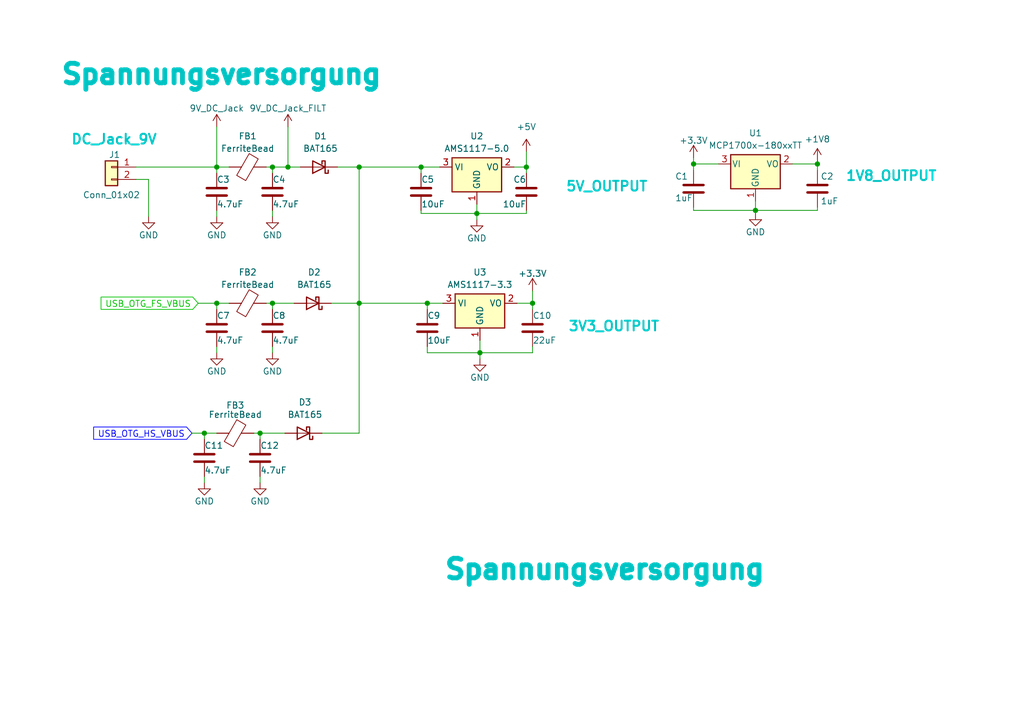
<source format=kicad_sch>
(kicad_sch
	(version 20231120)
	(generator "eeschema")
	(generator_version "8.0")
	(uuid "4053cdea-f7f9-4dbd-b0f0-48fc3206a29e")
	(paper "A5")
	(lib_symbols
		(symbol "+3.3V_1"
			(power)
			(pin_names
				(offset 0)
			)
			(exclude_from_sim no)
			(in_bom yes)
			(on_board yes)
			(property "Reference" "#PWR038"
				(at 0 -3.81 0)
				(effects
					(font
						(size 1.27 1.27)
					)
					(hide yes)
				)
			)
			(property "Value" "9V_DC_Jack_FILT"
				(at 0 3.81 0)
				(effects
					(font
						(size 1.27 1.27)
					)
				)
			)
			(property "Footprint" ""
				(at 0 0 0)
				(effects
					(font
						(size 1.27 1.27)
					)
					(hide yes)
				)
			)
			(property "Datasheet" ""
				(at 0 0 0)
				(effects
					(font
						(size 1.27 1.27)
					)
					(hide yes)
				)
			)
			(property "Description" "Power symbol creates a global label with name \"+3.3V\""
				(at 0 0 0)
				(effects
					(font
						(size 1.27 1.27)
					)
					(hide yes)
				)
			)
			(property "ki_keywords" "global power"
				(at 0 0 0)
				(effects
					(font
						(size 1.27 1.27)
					)
					(hide yes)
				)
			)
			(symbol "+3.3V_1_0_1"
				(polyline
					(pts
						(xy -0.762 1.27) (xy 0 2.54)
					)
					(stroke
						(width 0)
						(type default)
					)
					(fill
						(type none)
					)
				)
				(polyline
					(pts
						(xy 0 0) (xy 0 2.54)
					)
					(stroke
						(width 0)
						(type default)
					)
					(fill
						(type none)
					)
				)
				(polyline
					(pts
						(xy 0 2.54) (xy 0.762 1.27)
					)
					(stroke
						(width 0)
						(type default)
					)
					(fill
						(type none)
					)
				)
			)
			(symbol "+3.3V_1_1_1"
				(pin power_in line
					(at 0 0 90)
					(length 0) hide
					(name "9V_DC_Jack_FILT"
						(effects
							(font
								(size 1.27 1.27)
							)
						)
					)
					(number "1"
						(effects
							(font
								(size 1.27 1.27)
							)
						)
					)
				)
			)
		)
		(symbol "Connector_Generic:Conn_01x02"
			(pin_names
				(offset 1.016) hide)
			(exclude_from_sim no)
			(in_bom yes)
			(on_board yes)
			(property "Reference" "J"
				(at 0 2.54 0)
				(effects
					(font
						(size 1.27 1.27)
					)
				)
			)
			(property "Value" "Conn_01x02"
				(at 0 -5.08 0)
				(effects
					(font
						(size 1.27 1.27)
					)
				)
			)
			(property "Footprint" ""
				(at 0 0 0)
				(effects
					(font
						(size 1.27 1.27)
					)
					(hide yes)
				)
			)
			(property "Datasheet" "~"
				(at 0 0 0)
				(effects
					(font
						(size 1.27 1.27)
					)
					(hide yes)
				)
			)
			(property "Description" "Generic connector, single row, 01x02, script generated (kicad-library-utils/schlib/autogen/connector/)"
				(at 0 0 0)
				(effects
					(font
						(size 1.27 1.27)
					)
					(hide yes)
				)
			)
			(property "ki_keywords" "connector"
				(at 0 0 0)
				(effects
					(font
						(size 1.27 1.27)
					)
					(hide yes)
				)
			)
			(property "ki_fp_filters" "Connector*:*_1x??_*"
				(at 0 0 0)
				(effects
					(font
						(size 1.27 1.27)
					)
					(hide yes)
				)
			)
			(symbol "Conn_01x02_1_1"
				(rectangle
					(start -1.27 -2.413)
					(end 0 -2.667)
					(stroke
						(width 0.1524)
						(type default)
					)
					(fill
						(type none)
					)
				)
				(rectangle
					(start -1.27 0.127)
					(end 0 -0.127)
					(stroke
						(width 0.1524)
						(type default)
					)
					(fill
						(type none)
					)
				)
				(rectangle
					(start -1.27 1.27)
					(end 1.27 -3.81)
					(stroke
						(width 0.254)
						(type default)
					)
					(fill
						(type background)
					)
				)
				(pin passive line
					(at -5.08 0 0)
					(length 3.81)
					(name "Pin_1"
						(effects
							(font
								(size 1.27 1.27)
							)
						)
					)
					(number "1"
						(effects
							(font
								(size 1.27 1.27)
							)
						)
					)
				)
				(pin passive line
					(at -5.08 -2.54 0)
					(length 3.81)
					(name "Pin_2"
						(effects
							(font
								(size 1.27 1.27)
							)
						)
					)
					(number "2"
						(effects
							(font
								(size 1.27 1.27)
							)
						)
					)
				)
			)
		)
		(symbol "Device:C"
			(pin_numbers hide)
			(pin_names
				(offset 0.254)
			)
			(exclude_from_sim no)
			(in_bom yes)
			(on_board yes)
			(property "Reference" "C"
				(at 0.635 2.54 0)
				(effects
					(font
						(size 1.27 1.27)
					)
					(justify left)
				)
			)
			(property "Value" "C"
				(at 0.635 -2.54 0)
				(effects
					(font
						(size 1.27 1.27)
					)
					(justify left)
				)
			)
			(property "Footprint" ""
				(at 0.9652 -3.81 0)
				(effects
					(font
						(size 1.27 1.27)
					)
					(hide yes)
				)
			)
			(property "Datasheet" "~"
				(at 0 0 0)
				(effects
					(font
						(size 1.27 1.27)
					)
					(hide yes)
				)
			)
			(property "Description" "Unpolarized capacitor"
				(at 0 0 0)
				(effects
					(font
						(size 1.27 1.27)
					)
					(hide yes)
				)
			)
			(property "ki_keywords" "cap capacitor"
				(at 0 0 0)
				(effects
					(font
						(size 1.27 1.27)
					)
					(hide yes)
				)
			)
			(property "ki_fp_filters" "C_*"
				(at 0 0 0)
				(effects
					(font
						(size 1.27 1.27)
					)
					(hide yes)
				)
			)
			(symbol "C_0_1"
				(polyline
					(pts
						(xy -2.032 -0.762) (xy 2.032 -0.762)
					)
					(stroke
						(width 0.508)
						(type default)
					)
					(fill
						(type none)
					)
				)
				(polyline
					(pts
						(xy -2.032 0.762) (xy 2.032 0.762)
					)
					(stroke
						(width 0.508)
						(type default)
					)
					(fill
						(type none)
					)
				)
			)
			(symbol "C_1_1"
				(pin passive line
					(at 0 3.81 270)
					(length 2.794)
					(name "~"
						(effects
							(font
								(size 1.27 1.27)
							)
						)
					)
					(number "1"
						(effects
							(font
								(size 1.27 1.27)
							)
						)
					)
				)
				(pin passive line
					(at 0 -3.81 90)
					(length 2.794)
					(name "~"
						(effects
							(font
								(size 1.27 1.27)
							)
						)
					)
					(number "2"
						(effects
							(font
								(size 1.27 1.27)
							)
						)
					)
				)
			)
		)
		(symbol "Device:FerriteBead"
			(pin_numbers hide)
			(pin_names
				(offset 0)
			)
			(exclude_from_sim no)
			(in_bom yes)
			(on_board yes)
			(property "Reference" "FB"
				(at -3.81 0.635 90)
				(effects
					(font
						(size 1.27 1.27)
					)
				)
			)
			(property "Value" "FerriteBead"
				(at 3.81 0 90)
				(effects
					(font
						(size 1.27 1.27)
					)
				)
			)
			(property "Footprint" ""
				(at -1.778 0 90)
				(effects
					(font
						(size 1.27 1.27)
					)
					(hide yes)
				)
			)
			(property "Datasheet" "~"
				(at 0 0 0)
				(effects
					(font
						(size 1.27 1.27)
					)
					(hide yes)
				)
			)
			(property "Description" "Ferrite bead"
				(at 0 0 0)
				(effects
					(font
						(size 1.27 1.27)
					)
					(hide yes)
				)
			)
			(property "ki_keywords" "L ferrite bead inductor filter"
				(at 0 0 0)
				(effects
					(font
						(size 1.27 1.27)
					)
					(hide yes)
				)
			)
			(property "ki_fp_filters" "Inductor_* L_* *Ferrite*"
				(at 0 0 0)
				(effects
					(font
						(size 1.27 1.27)
					)
					(hide yes)
				)
			)
			(symbol "FerriteBead_0_1"
				(polyline
					(pts
						(xy 0 -1.27) (xy 0 -1.2192)
					)
					(stroke
						(width 0)
						(type default)
					)
					(fill
						(type none)
					)
				)
				(polyline
					(pts
						(xy 0 1.27) (xy 0 1.2954)
					)
					(stroke
						(width 0)
						(type default)
					)
					(fill
						(type none)
					)
				)
				(polyline
					(pts
						(xy -2.7686 0.4064) (xy -1.7018 2.2606) (xy 2.7686 -0.3048) (xy 1.6764 -2.159) (xy -2.7686 0.4064)
					)
					(stroke
						(width 0)
						(type default)
					)
					(fill
						(type none)
					)
				)
			)
			(symbol "FerriteBead_1_1"
				(pin passive line
					(at 0 3.81 270)
					(length 2.54)
					(name "~"
						(effects
							(font
								(size 1.27 1.27)
							)
						)
					)
					(number "1"
						(effects
							(font
								(size 1.27 1.27)
							)
						)
					)
				)
				(pin passive line
					(at 0 -3.81 90)
					(length 2.54)
					(name "~"
						(effects
							(font
								(size 1.27 1.27)
							)
						)
					)
					(number "2"
						(effects
							(font
								(size 1.27 1.27)
							)
						)
					)
				)
			)
		)
		(symbol "Diode:SS14"
			(pin_numbers hide)
			(pin_names
				(offset 1.016) hide)
			(exclude_from_sim no)
			(in_bom yes)
			(on_board yes)
			(property "Reference" "D1"
				(at -0.3175 -6.35 0)
				(effects
					(font
						(size 1.27 1.27)
					)
				)
			)
			(property "Value" "BAT165"
				(at -0.3175 -3.81 0)
				(effects
					(font
						(size 1.27 1.27)
					)
				)
			)
			(property "Footprint" "1.Footprints:BAT165"
				(at 0 -4.445 0)
				(effects
					(font
						(size 1.27 1.27)
					)
					(hide yes)
				)
			)
			(property "Datasheet" "https://www.vishay.com/docs/88746/ss12.pdf"
				(at -1.27 3.302 0)
				(effects
					(font
						(size 1.27 1.27)
					)
					(hide yes)
				)
			)
			(property "Description" "40V 1A Schottky Diode, SMA"
				(at -1.27 3.302 0)
				(effects
					(font
						(size 1.27 1.27)
					)
					(hide yes)
				)
			)
			(property "ki_keywords" "diode Schottky"
				(at 0 0 0)
				(effects
					(font
						(size 1.27 1.27)
					)
					(hide yes)
				)
			)
			(property "ki_fp_filters" "D*SMA*"
				(at 0 0 0)
				(effects
					(font
						(size 1.27 1.27)
					)
					(hide yes)
				)
			)
			(symbol "SS14_0_1"
				(polyline
					(pts
						(xy 1.27 0) (xy -1.27 0)
					)
					(stroke
						(width 0)
						(type default)
					)
					(fill
						(type none)
					)
				)
				(polyline
					(pts
						(xy 1.27 1.27) (xy 1.27 -1.27) (xy -1.27 0) (xy 1.27 1.27)
					)
					(stroke
						(width 0.254)
						(type default)
					)
					(fill
						(type none)
					)
				)
				(polyline
					(pts
						(xy -1.905 0.635) (xy -1.905 1.27) (xy -1.27 1.27) (xy -1.27 -1.27) (xy -0.635 -1.27) (xy -0.635 -0.635)
					)
					(stroke
						(width 0.254)
						(type default)
					)
					(fill
						(type none)
					)
				)
			)
			(symbol "SS14_1_1"
				(pin passive line
					(at -3.81 0 0)
					(length 2.54)
					(name "1"
						(effects
							(font
								(size 1.27 1.27)
							)
						)
					)
					(number "1"
						(effects
							(font
								(size 1.27 1.27)
							)
						)
					)
				)
				(pin passive line
					(at 3.81 0 180)
					(length 2.54)
					(name "2"
						(effects
							(font
								(size 1.27 1.27)
							)
						)
					)
					(number "2"
						(effects
							(font
								(size 1.27 1.27)
							)
						)
					)
				)
			)
		)
		(symbol "Regulator_Linear:AMS1117-3.3"
			(exclude_from_sim no)
			(in_bom yes)
			(on_board yes)
			(property "Reference" "U"
				(at -3.81 3.175 0)
				(effects
					(font
						(size 1.27 1.27)
					)
				)
			)
			(property "Value" "AMS1117-3.3"
				(at 0 3.175 0)
				(effects
					(font
						(size 1.27 1.27)
					)
					(justify left)
				)
			)
			(property "Footprint" "Package_TO_SOT_SMD:SOT-223-3_TabPin2"
				(at 0 5.08 0)
				(effects
					(font
						(size 1.27 1.27)
					)
					(hide yes)
				)
			)
			(property "Datasheet" "http://www.advanced-monolithic.com/pdf/ds1117.pdf"
				(at 2.54 -6.35 0)
				(effects
					(font
						(size 1.27 1.27)
					)
					(hide yes)
				)
			)
			(property "Description" "1A Low Dropout regulator, positive, 3.3V fixed output, SOT-223"
				(at 0 0 0)
				(effects
					(font
						(size 1.27 1.27)
					)
					(hide yes)
				)
			)
			(property "ki_keywords" "linear regulator ldo fixed positive"
				(at 0 0 0)
				(effects
					(font
						(size 1.27 1.27)
					)
					(hide yes)
				)
			)
			(property "ki_fp_filters" "SOT?223*TabPin2*"
				(at 0 0 0)
				(effects
					(font
						(size 1.27 1.27)
					)
					(hide yes)
				)
			)
			(symbol "AMS1117-3.3_0_1"
				(rectangle
					(start -5.08 -5.08)
					(end 5.08 1.905)
					(stroke
						(width 0.254)
						(type default)
					)
					(fill
						(type background)
					)
				)
			)
			(symbol "AMS1117-3.3_1_1"
				(pin power_in line
					(at 0 -7.62 90)
					(length 2.54)
					(name "GND"
						(effects
							(font
								(size 1.27 1.27)
							)
						)
					)
					(number "1"
						(effects
							(font
								(size 1.27 1.27)
							)
						)
					)
				)
				(pin power_out line
					(at 7.62 0 180)
					(length 2.54)
					(name "VO"
						(effects
							(font
								(size 1.27 1.27)
							)
						)
					)
					(number "2"
						(effects
							(font
								(size 1.27 1.27)
							)
						)
					)
				)
				(pin power_in line
					(at -7.62 0 0)
					(length 2.54)
					(name "VI"
						(effects
							(font
								(size 1.27 1.27)
							)
						)
					)
					(number "3"
						(effects
							(font
								(size 1.27 1.27)
							)
						)
					)
				)
			)
		)
		(symbol "Regulator_Linear:AMS1117-5.0"
			(exclude_from_sim no)
			(in_bom yes)
			(on_board yes)
			(property "Reference" "U"
				(at -3.81 3.175 0)
				(effects
					(font
						(size 1.27 1.27)
					)
				)
			)
			(property "Value" "AMS1117-5.0"
				(at 0 3.175 0)
				(effects
					(font
						(size 1.27 1.27)
					)
					(justify left)
				)
			)
			(property "Footprint" "Package_TO_SOT_SMD:SOT-223-3_TabPin2"
				(at 0 5.08 0)
				(effects
					(font
						(size 1.27 1.27)
					)
					(hide yes)
				)
			)
			(property "Datasheet" "http://www.advanced-monolithic.com/pdf/ds1117.pdf"
				(at 2.54 -6.35 0)
				(effects
					(font
						(size 1.27 1.27)
					)
					(hide yes)
				)
			)
			(property "Description" "1A Low Dropout regulator, positive, 5.0V fixed output, SOT-223"
				(at 0 0 0)
				(effects
					(font
						(size 1.27 1.27)
					)
					(hide yes)
				)
			)
			(property "ki_keywords" "linear regulator ldo fixed positive"
				(at 0 0 0)
				(effects
					(font
						(size 1.27 1.27)
					)
					(hide yes)
				)
			)
			(property "ki_fp_filters" "SOT?223*TabPin2*"
				(at 0 0 0)
				(effects
					(font
						(size 1.27 1.27)
					)
					(hide yes)
				)
			)
			(symbol "AMS1117-5.0_0_1"
				(rectangle
					(start -5.08 -5.08)
					(end 5.08 1.905)
					(stroke
						(width 0.254)
						(type default)
					)
					(fill
						(type background)
					)
				)
			)
			(symbol "AMS1117-5.0_1_1"
				(pin power_in line
					(at 0 -7.62 90)
					(length 2.54)
					(name "GND"
						(effects
							(font
								(size 1.27 1.27)
							)
						)
					)
					(number "1"
						(effects
							(font
								(size 1.27 1.27)
							)
						)
					)
				)
				(pin power_out line
					(at 7.62 0 180)
					(length 2.54)
					(name "VO"
						(effects
							(font
								(size 1.27 1.27)
							)
						)
					)
					(number "2"
						(effects
							(font
								(size 1.27 1.27)
							)
						)
					)
				)
				(pin power_in line
					(at -7.62 0 0)
					(length 2.54)
					(name "VI"
						(effects
							(font
								(size 1.27 1.27)
							)
						)
					)
					(number "3"
						(effects
							(font
								(size 1.27 1.27)
							)
						)
					)
				)
			)
		)
		(symbol "Regulator_Linear:MCP1700x-180xxTT"
			(pin_names
				(offset 0.254)
			)
			(exclude_from_sim no)
			(in_bom yes)
			(on_board yes)
			(property "Reference" "U"
				(at -3.81 3.175 0)
				(effects
					(font
						(size 1.27 1.27)
					)
				)
			)
			(property "Value" "MCP1700x-180xxTT"
				(at 0 3.175 0)
				(effects
					(font
						(size 1.27 1.27)
					)
					(justify left)
				)
			)
			(property "Footprint" "Package_TO_SOT_SMD:SOT-23"
				(at 0 5.715 0)
				(effects
					(font
						(size 1.27 1.27)
					)
					(hide yes)
				)
			)
			(property "Datasheet" "http://ww1.microchip.com/downloads/en/DeviceDoc/20001826D.pdf"
				(at 0 0 0)
				(effects
					(font
						(size 1.27 1.27)
					)
					(hide yes)
				)
			)
			(property "Description" "250mA Low Quiscent Current LDO, 1.8V output, SOT-23"
				(at 0 0 0)
				(effects
					(font
						(size 1.27 1.27)
					)
					(hide yes)
				)
			)
			(property "ki_keywords" "regulator linear ldo"
				(at 0 0 0)
				(effects
					(font
						(size 1.27 1.27)
					)
					(hide yes)
				)
			)
			(property "ki_fp_filters" "SOT?23*"
				(at 0 0 0)
				(effects
					(font
						(size 1.27 1.27)
					)
					(hide yes)
				)
			)
			(symbol "MCP1700x-180xxTT_0_1"
				(rectangle
					(start -5.08 1.905)
					(end 5.08 -5.08)
					(stroke
						(width 0.254)
						(type default)
					)
					(fill
						(type background)
					)
				)
			)
			(symbol "MCP1700x-180xxTT_1_1"
				(pin power_in line
					(at 0 -7.62 90)
					(length 2.54)
					(name "GND"
						(effects
							(font
								(size 1.27 1.27)
							)
						)
					)
					(number "1"
						(effects
							(font
								(size 1.27 1.27)
							)
						)
					)
				)
				(pin power_out line
					(at 7.62 0 180)
					(length 2.54)
					(name "VO"
						(effects
							(font
								(size 1.27 1.27)
							)
						)
					)
					(number "2"
						(effects
							(font
								(size 1.27 1.27)
							)
						)
					)
				)
				(pin power_in line
					(at -7.62 0 0)
					(length 2.54)
					(name "VI"
						(effects
							(font
								(size 1.27 1.27)
							)
						)
					)
					(number "3"
						(effects
							(font
								(size 1.27 1.27)
							)
						)
					)
				)
			)
		)
		(symbol "power:+1V8"
			(power)
			(pin_numbers hide)
			(pin_names
				(offset 0) hide)
			(exclude_from_sim no)
			(in_bom yes)
			(on_board yes)
			(property "Reference" "#PWR"
				(at 0 -3.81 0)
				(effects
					(font
						(size 1.27 1.27)
					)
					(hide yes)
				)
			)
			(property "Value" "+1V8"
				(at 0 3.556 0)
				(effects
					(font
						(size 1.27 1.27)
					)
				)
			)
			(property "Footprint" ""
				(at 0 0 0)
				(effects
					(font
						(size 1.27 1.27)
					)
					(hide yes)
				)
			)
			(property "Datasheet" ""
				(at 0 0 0)
				(effects
					(font
						(size 1.27 1.27)
					)
					(hide yes)
				)
			)
			(property "Description" "Power symbol creates a global label with name \"+1V8\""
				(at 0 0 0)
				(effects
					(font
						(size 1.27 1.27)
					)
					(hide yes)
				)
			)
			(property "ki_keywords" "global power"
				(at 0 0 0)
				(effects
					(font
						(size 1.27 1.27)
					)
					(hide yes)
				)
			)
			(symbol "+1V8_0_1"
				(polyline
					(pts
						(xy -0.762 1.27) (xy 0 2.54)
					)
					(stroke
						(width 0)
						(type default)
					)
					(fill
						(type none)
					)
				)
				(polyline
					(pts
						(xy 0 0) (xy 0 2.54)
					)
					(stroke
						(width 0)
						(type default)
					)
					(fill
						(type none)
					)
				)
				(polyline
					(pts
						(xy 0 2.54) (xy 0.762 1.27)
					)
					(stroke
						(width 0)
						(type default)
					)
					(fill
						(type none)
					)
				)
			)
			(symbol "+1V8_1_1"
				(pin power_in line
					(at 0 0 90)
					(length 0)
					(name "~"
						(effects
							(font
								(size 1.27 1.27)
							)
						)
					)
					(number "1"
						(effects
							(font
								(size 1.27 1.27)
							)
						)
					)
				)
			)
		)
		(symbol "power:+3.3V"
			(power)
			(pin_names
				(offset 0)
			)
			(exclude_from_sim no)
			(in_bom yes)
			(on_board yes)
			(property "Reference" "#PWR037"
				(at 0 -3.81 0)
				(effects
					(font
						(size 1.27 1.27)
					)
					(hide yes)
				)
			)
			(property "Value" "9V_DC_Jack"
				(at 0 3.81 0)
				(effects
					(font
						(size 1.27 1.27)
					)
				)
			)
			(property "Footprint" ""
				(at 0 0 0)
				(effects
					(font
						(size 1.27 1.27)
					)
					(hide yes)
				)
			)
			(property "Datasheet" ""
				(at 0 0 0)
				(effects
					(font
						(size 1.27 1.27)
					)
					(hide yes)
				)
			)
			(property "Description" "Power symbol creates a global label with name \"+3.3V\""
				(at 0 0 0)
				(effects
					(font
						(size 1.27 1.27)
					)
					(hide yes)
				)
			)
			(property "ki_keywords" "global power"
				(at 0 0 0)
				(effects
					(font
						(size 1.27 1.27)
					)
					(hide yes)
				)
			)
			(symbol "+3.3V_0_1"
				(polyline
					(pts
						(xy -0.762 1.27) (xy 0 2.54)
					)
					(stroke
						(width 0)
						(type default)
					)
					(fill
						(type none)
					)
				)
				(polyline
					(pts
						(xy 0 0) (xy 0 2.54)
					)
					(stroke
						(width 0)
						(type default)
					)
					(fill
						(type none)
					)
				)
				(polyline
					(pts
						(xy 0 2.54) (xy 0.762 1.27)
					)
					(stroke
						(width 0)
						(type default)
					)
					(fill
						(type none)
					)
				)
			)
			(symbol "+3.3V_1_1"
				(pin power_in line
					(at 0 0 90)
					(length 0) hide
					(name "9V_DC_Jack"
						(effects
							(font
								(size 1.27 1.27)
							)
						)
					)
					(number "1"
						(effects
							(font
								(size 1.27 1.27)
							)
						)
					)
				)
			)
		)
		(symbol "power:+5V"
			(power)
			(pin_names
				(offset 0)
			)
			(exclude_from_sim no)
			(in_bom yes)
			(on_board yes)
			(property "Reference" "#PWR"
				(at 0 -3.81 0)
				(effects
					(font
						(size 1.27 1.27)
					)
					(hide yes)
				)
			)
			(property "Value" "+5V"
				(at 0 3.556 0)
				(effects
					(font
						(size 1.27 1.27)
					)
				)
			)
			(property "Footprint" ""
				(at 0 0 0)
				(effects
					(font
						(size 1.27 1.27)
					)
					(hide yes)
				)
			)
			(property "Datasheet" ""
				(at 0 0 0)
				(effects
					(font
						(size 1.27 1.27)
					)
					(hide yes)
				)
			)
			(property "Description" "Power symbol creates a global label with name \"+5V\""
				(at 0 0 0)
				(effects
					(font
						(size 1.27 1.27)
					)
					(hide yes)
				)
			)
			(property "ki_keywords" "global power"
				(at 0 0 0)
				(effects
					(font
						(size 1.27 1.27)
					)
					(hide yes)
				)
			)
			(symbol "+5V_0_1"
				(polyline
					(pts
						(xy -0.762 1.27) (xy 0 2.54)
					)
					(stroke
						(width 0)
						(type default)
					)
					(fill
						(type none)
					)
				)
				(polyline
					(pts
						(xy 0 0) (xy 0 2.54)
					)
					(stroke
						(width 0)
						(type default)
					)
					(fill
						(type none)
					)
				)
				(polyline
					(pts
						(xy 0 2.54) (xy 0.762 1.27)
					)
					(stroke
						(width 0)
						(type default)
					)
					(fill
						(type none)
					)
				)
			)
			(symbol "+5V_1_1"
				(pin power_in line
					(at 0 0 90)
					(length 0) hide
					(name "+5V"
						(effects
							(font
								(size 1.27 1.27)
							)
						)
					)
					(number "1"
						(effects
							(font
								(size 1.27 1.27)
							)
						)
					)
				)
			)
		)
		(symbol "power:GND"
			(power)
			(pin_names
				(offset 0)
			)
			(exclude_from_sim no)
			(in_bom yes)
			(on_board yes)
			(property "Reference" "#PWR"
				(at 0 -6.35 0)
				(effects
					(font
						(size 1.27 1.27)
					)
					(hide yes)
				)
			)
			(property "Value" "GND"
				(at 0 -3.81 0)
				(effects
					(font
						(size 1.27 1.27)
					)
				)
			)
			(property "Footprint" ""
				(at 0 0 0)
				(effects
					(font
						(size 1.27 1.27)
					)
					(hide yes)
				)
			)
			(property "Datasheet" ""
				(at 0 0 0)
				(effects
					(font
						(size 1.27 1.27)
					)
					(hide yes)
				)
			)
			(property "Description" "Power symbol creates a global label with name \"GND\" , ground"
				(at 0 0 0)
				(effects
					(font
						(size 1.27 1.27)
					)
					(hide yes)
				)
			)
			(property "ki_keywords" "global power"
				(at 0 0 0)
				(effects
					(font
						(size 1.27 1.27)
					)
					(hide yes)
				)
			)
			(symbol "GND_0_1"
				(polyline
					(pts
						(xy 0 0) (xy 0 -1.27) (xy 1.27 -1.27) (xy 0 -2.54) (xy -1.27 -1.27) (xy 0 -1.27)
					)
					(stroke
						(width 0)
						(type default)
					)
					(fill
						(type none)
					)
				)
			)
			(symbol "GND_1_1"
				(pin power_in line
					(at 0 0 270)
					(length 0) hide
					(name "GND"
						(effects
							(font
								(size 1.27 1.27)
							)
						)
					)
					(number "1"
						(effects
							(font
								(size 1.27 1.27)
							)
						)
					)
				)
			)
		)
	)
	(junction
		(at 73.66 62.23)
		(diameter 0)
		(color 0 0 0 0)
		(uuid "06c0db32-7566-48bb-877f-49e5ba3686e1")
	)
	(junction
		(at 142.24 33.655)
		(diameter 0)
		(color 0 0 0 0)
		(uuid "1aac75a2-2615-435a-81de-163ae26e383c")
	)
	(junction
		(at 59.055 34.29)
		(diameter 0)
		(color 0 0 0 0)
		(uuid "29ed8cf9-b1e1-44a1-aeba-ab64de273edb")
	)
	(junction
		(at 154.94 43.18)
		(diameter 0)
		(color 0 0 0 0)
		(uuid "36a55805-fb79-459d-b5d8-864ffe4d527e")
	)
	(junction
		(at 41.91 88.9)
		(diameter 0)
		(color 0 0 0 0)
		(uuid "385a856f-f568-4037-a461-38e4294e0998")
	)
	(junction
		(at 98.425 72.39)
		(diameter 0)
		(color 0 0 0 0)
		(uuid "44d4f0d8-f7ed-4982-889c-3e0405fcc342")
	)
	(junction
		(at 44.45 34.29)
		(diameter 0)
		(color 0 0 0 0)
		(uuid "4f58b1ee-45be-46e2-bc3a-f569115545c7")
	)
	(junction
		(at 55.88 34.29)
		(diameter 0)
		(color 0 0 0 0)
		(uuid "54210121-4621-4517-a704-be92c0dfcdf4")
	)
	(junction
		(at 44.45 62.23)
		(diameter 0)
		(color 0 0 0 0)
		(uuid "651427d4-1f49-4d75-bd18-84fb90c1b4c4")
	)
	(junction
		(at 73.66 34.29)
		(diameter 0)
		(color 0 0 0 0)
		(uuid "8383da21-5819-4c33-857d-04c9689535a0")
	)
	(junction
		(at 107.95 34.29)
		(diameter 0)
		(color 0 0 0 0)
		(uuid "85e35d52-5aa3-424e-82fd-62181600ea6f")
	)
	(junction
		(at 167.64 33.655)
		(diameter 0)
		(color 0 0 0 0)
		(uuid "b0e7d759-a065-4ff7-91e2-a68849bb11cf")
	)
	(junction
		(at 86.36 34.29)
		(diameter 0)
		(color 0 0 0 0)
		(uuid "c86b8130-4feb-4b3e-baa7-3cdac4b5515c")
	)
	(junction
		(at 97.79 43.815)
		(diameter 0)
		(color 0 0 0 0)
		(uuid "ddd9a154-adbc-4034-9270-b1144ea224d0")
	)
	(junction
		(at 53.34 88.9)
		(diameter 0)
		(color 0 0 0 0)
		(uuid "e0c39f6f-b136-458a-871b-7d4a26b73bc1")
	)
	(junction
		(at 109.22 62.23)
		(diameter 0)
		(color 0 0 0 0)
		(uuid "e3665f02-aa5f-4bde-8beb-37ef85075569")
	)
	(junction
		(at 55.88 62.23)
		(diameter 0)
		(color 0 0 0 0)
		(uuid "e8283f34-7dc9-4ba5-9d17-8916d9a37824")
	)
	(junction
		(at 87.63 62.23)
		(diameter 0)
		(color 0 0 0 0)
		(uuid "e886796a-2105-4d38-a640-17fdd267fb2d")
	)
	(wire
		(pts
			(xy 142.24 43.18) (xy 154.94 43.18)
		)
		(stroke
			(width 0)
			(type default)
		)
		(uuid "09c388de-c9f9-4e1a-b133-74a1aa934e4b")
	)
	(wire
		(pts
			(xy 59.055 34.29) (xy 59.055 26.035)
		)
		(stroke
			(width 0)
			(type default)
		)
		(uuid "09e0cbcf-504f-42ad-901f-c86d47dfe6be")
	)
	(wire
		(pts
			(xy 97.79 41.91) (xy 97.79 43.815)
		)
		(stroke
			(width 0)
			(type default)
		)
		(uuid "0a5a521b-c757-471c-aab2-22a5ce5856a9")
	)
	(wire
		(pts
			(xy 87.63 62.23) (xy 90.805 62.23)
		)
		(stroke
			(width 0)
			(type default)
		)
		(uuid "12616171-bd04-4e25-ad3b-4724ced8c205")
	)
	(wire
		(pts
			(xy 109.22 71.12) (xy 109.22 72.39)
		)
		(stroke
			(width 0)
			(type default)
		)
		(uuid "13e9968a-360d-40fc-ae35-72a3a81b826b")
	)
	(wire
		(pts
			(xy 142.24 43.18) (xy 142.24 42.545)
		)
		(stroke
			(width 0)
			(type default)
		)
		(uuid "165a35d2-0c1d-43ae-b4dd-0a4e936f965e")
	)
	(wire
		(pts
			(xy 41.91 88.9) (xy 41.91 90.17)
		)
		(stroke
			(width 0)
			(type default)
		)
		(uuid "173d442b-465a-4e54-ad4d-8697357bbf45")
	)
	(wire
		(pts
			(xy 106.045 62.23) (xy 109.22 62.23)
		)
		(stroke
			(width 0)
			(type default)
		)
		(uuid "181e7e17-5ad8-4ec2-9230-3493a68d6ec6")
	)
	(wire
		(pts
			(xy 55.88 62.23) (xy 55.88 63.5)
		)
		(stroke
			(width 0)
			(type default)
		)
		(uuid "193d05e4-5786-411d-b233-67e6e2c0e665")
	)
	(wire
		(pts
			(xy 69.215 34.29) (xy 73.66 34.29)
		)
		(stroke
			(width 0)
			(type default)
		)
		(uuid "1e25268a-eac9-480b-bb41-554f7b37c42d")
	)
	(wire
		(pts
			(xy 73.66 62.23) (xy 73.66 88.9)
		)
		(stroke
			(width 0)
			(type default)
		)
		(uuid "23409b6d-4fed-4a31-abb1-265951d8282b")
	)
	(wire
		(pts
			(xy 44.45 62.23) (xy 46.99 62.23)
		)
		(stroke
			(width 0)
			(type default)
		)
		(uuid "25c31c59-6f36-4131-a487-85977bdd913b")
	)
	(wire
		(pts
			(xy 98.425 72.39) (xy 98.425 73.66)
		)
		(stroke
			(width 0)
			(type default)
		)
		(uuid "288cc1ef-00bd-46cb-84da-de6c85178ca2")
	)
	(wire
		(pts
			(xy 97.79 43.815) (xy 97.79 45.085)
		)
		(stroke
			(width 0)
			(type default)
		)
		(uuid "312432bd-082a-42bc-b82e-d226e1b1fe18")
	)
	(wire
		(pts
			(xy 53.34 88.9) (xy 58.42 88.9)
		)
		(stroke
			(width 0)
			(type default)
		)
		(uuid "3677b89f-6bc0-4f14-80a4-001bcd8bca1f")
	)
	(wire
		(pts
			(xy 30.48 36.83) (xy 27.94 36.83)
		)
		(stroke
			(width 0)
			(type default)
		)
		(uuid "3975d672-ab66-4b80-9577-781ce46a3e4a")
	)
	(wire
		(pts
			(xy 107.95 34.29) (xy 107.95 35.56)
		)
		(stroke
			(width 0)
			(type default)
		)
		(uuid "39b04ecf-e26c-4656-8ed5-a88be3ec9453")
	)
	(wire
		(pts
			(xy 53.34 97.79) (xy 53.34 99.06)
		)
		(stroke
			(width 0)
			(type default)
		)
		(uuid "3b880ff5-583a-4ba3-ba23-937cd0d24a6c")
	)
	(wire
		(pts
			(xy 55.88 43.18) (xy 55.88 44.45)
		)
		(stroke
			(width 0)
			(type default)
		)
		(uuid "443141c3-88ff-49cd-afc5-c131ef1bb7f4")
	)
	(wire
		(pts
			(xy 86.36 43.815) (xy 97.79 43.815)
		)
		(stroke
			(width 0)
			(type default)
		)
		(uuid "4bfb2175-265a-4180-9f57-b45b465da760")
	)
	(wire
		(pts
			(xy 167.64 33.02) (xy 167.64 33.655)
		)
		(stroke
			(width 0)
			(type default)
		)
		(uuid "58783211-e6e0-4c7d-b4d6-59564f7328c6")
	)
	(wire
		(pts
			(xy 40.64 62.23) (xy 44.45 62.23)
		)
		(stroke
			(width 0)
			(type default)
		)
		(uuid "5a018c23-430c-4a84-b9ce-70d679172c19")
	)
	(wire
		(pts
			(xy 107.95 43.815) (xy 97.79 43.815)
		)
		(stroke
			(width 0)
			(type default)
		)
		(uuid "6064612b-2e1d-4ee6-9d6e-f1c89063b5c9")
	)
	(wire
		(pts
			(xy 67.945 62.23) (xy 73.66 62.23)
		)
		(stroke
			(width 0)
			(type default)
		)
		(uuid "6160c289-3fff-44f1-8523-9f2edfeabd12")
	)
	(wire
		(pts
			(xy 86.36 34.29) (xy 86.36 35.56)
		)
		(stroke
			(width 0)
			(type default)
		)
		(uuid "692130fc-1e48-4cb2-ac35-2b9f5cffdb4f")
	)
	(wire
		(pts
			(xy 39.37 88.9) (xy 41.91 88.9)
		)
		(stroke
			(width 0)
			(type default)
		)
		(uuid "6bdc8e35-3511-47f1-a0b3-12c9af9bc7c3")
	)
	(wire
		(pts
			(xy 142.24 32.385) (xy 142.24 33.655)
		)
		(stroke
			(width 0)
			(type default)
		)
		(uuid "6d2208c9-9ef4-4fa9-ab6f-f393ebc536f4")
	)
	(wire
		(pts
			(xy 73.66 34.29) (xy 86.36 34.29)
		)
		(stroke
			(width 0)
			(type default)
		)
		(uuid "7192c934-3e62-4cb8-be42-6a83513b084d")
	)
	(wire
		(pts
			(xy 55.88 62.23) (xy 60.325 62.23)
		)
		(stroke
			(width 0)
			(type default)
		)
		(uuid "77245a5d-b71d-44a7-bdaf-7b3d73b6b53a")
	)
	(wire
		(pts
			(xy 44.45 26.035) (xy 44.45 34.29)
		)
		(stroke
			(width 0)
			(type default)
		)
		(uuid "77bb1b1c-8ac7-4bd7-b891-1136d17d404c")
	)
	(wire
		(pts
			(xy 167.64 33.655) (xy 167.64 34.925)
		)
		(stroke
			(width 0)
			(type default)
		)
		(uuid "77d6d7ef-bc79-4c67-bf76-b40f99d17f4f")
	)
	(wire
		(pts
			(xy 87.63 62.23) (xy 87.63 63.5)
		)
		(stroke
			(width 0)
			(type default)
		)
		(uuid "7c9440db-e9c1-4e0a-997a-7a70a4d80cc7")
	)
	(wire
		(pts
			(xy 98.425 72.39) (xy 98.425 69.85)
		)
		(stroke
			(width 0)
			(type default)
		)
		(uuid "849975a4-d9b5-420b-97c7-5fe908863f30")
	)
	(wire
		(pts
			(xy 30.48 36.83) (xy 30.48 44.45)
		)
		(stroke
			(width 0)
			(type default)
		)
		(uuid "8a38cb2a-14ab-4a3b-b52c-4c4508cb8f78")
	)
	(wire
		(pts
			(xy 142.24 33.655) (xy 142.24 34.925)
		)
		(stroke
			(width 0)
			(type default)
		)
		(uuid "8ddd1e6c-f0aa-443e-941d-aea1c9585671")
	)
	(wire
		(pts
			(xy 55.88 34.29) (xy 55.88 35.56)
		)
		(stroke
			(width 0)
			(type default)
		)
		(uuid "92790228-7525-41e4-94ae-689f1ab9f803")
	)
	(wire
		(pts
			(xy 86.36 34.29) (xy 90.17 34.29)
		)
		(stroke
			(width 0)
			(type default)
		)
		(uuid "960a5a8e-5705-4dc8-af4f-73d4ea6ee88a")
	)
	(wire
		(pts
			(xy 44.45 34.29) (xy 44.45 35.56)
		)
		(stroke
			(width 0)
			(type default)
		)
		(uuid "9a6da022-38ee-4dfe-b7f3-edd9a9858337")
	)
	(wire
		(pts
			(xy 109.22 62.23) (xy 109.22 63.5)
		)
		(stroke
			(width 0)
			(type default)
		)
		(uuid "9b7e9b27-75aa-4f2f-8c7a-c90b19e9b293")
	)
	(wire
		(pts
			(xy 154.94 41.275) (xy 154.94 43.18)
		)
		(stroke
			(width 0)
			(type default)
		)
		(uuid "a59e54cf-429b-42a7-aaa4-728ce78ed4d1")
	)
	(wire
		(pts
			(xy 52.07 88.9) (xy 53.34 88.9)
		)
		(stroke
			(width 0)
			(type default)
		)
		(uuid "a5eb3cc8-f808-4445-afb7-d14fbd2eac23")
	)
	(wire
		(pts
			(xy 142.24 33.655) (xy 147.32 33.655)
		)
		(stroke
			(width 0)
			(type default)
		)
		(uuid "a783f911-a49c-471c-8eb5-f7f9ace34f48")
	)
	(wire
		(pts
			(xy 98.425 72.39) (xy 109.22 72.39)
		)
		(stroke
			(width 0)
			(type default)
		)
		(uuid "aae8fabf-ba0f-446b-8d17-c0141cb0cd8c")
	)
	(wire
		(pts
			(xy 105.41 34.29) (xy 107.95 34.29)
		)
		(stroke
			(width 0)
			(type default)
		)
		(uuid "ad6585ea-3aab-4c18-aefb-ccfc94801fc8")
	)
	(wire
		(pts
			(xy 27.94 34.29) (xy 44.45 34.29)
		)
		(stroke
			(width 0)
			(type default)
		)
		(uuid "ad9c61a0-8349-4abb-9842-1911d0dc3ff9")
	)
	(wire
		(pts
			(xy 66.04 88.9) (xy 73.66 88.9)
		)
		(stroke
			(width 0)
			(type default)
		)
		(uuid "b1bfbd06-6139-4a04-a0bb-ee6bf8aed545")
	)
	(wire
		(pts
			(xy 53.34 88.9) (xy 53.34 90.17)
		)
		(stroke
			(width 0)
			(type default)
		)
		(uuid "b2002810-6425-41b8-99da-c45a45a7eb4f")
	)
	(wire
		(pts
			(xy 44.45 71.12) (xy 44.45 72.39)
		)
		(stroke
			(width 0)
			(type default)
		)
		(uuid "b3995667-7a4e-419f-9fa3-720cfb166b3b")
	)
	(wire
		(pts
			(xy 107.95 43.18) (xy 107.95 43.815)
		)
		(stroke
			(width 0)
			(type default)
		)
		(uuid "b3fc5ee9-f4a8-405f-b34f-5eedee541b82")
	)
	(wire
		(pts
			(xy 55.88 71.12) (xy 55.88 72.39)
		)
		(stroke
			(width 0)
			(type default)
		)
		(uuid "b79ae14c-8325-49db-966e-d49546addd82")
	)
	(wire
		(pts
			(xy 59.055 34.29) (xy 61.595 34.29)
		)
		(stroke
			(width 0)
			(type default)
		)
		(uuid "b8794c14-a33e-4272-a7ac-f1f6cf4ec33f")
	)
	(wire
		(pts
			(xy 87.63 71.12) (xy 87.63 72.39)
		)
		(stroke
			(width 0)
			(type default)
		)
		(uuid "bdd9759d-c61f-433c-bc12-e879e21df8f1")
	)
	(wire
		(pts
			(xy 154.94 43.18) (xy 167.64 43.18)
		)
		(stroke
			(width 0)
			(type default)
		)
		(uuid "bf41d767-1ed0-45a2-9ff9-3cbe83fa8a7a")
	)
	(wire
		(pts
			(xy 154.94 43.18) (xy 154.94 43.815)
		)
		(stroke
			(width 0)
			(type default)
		)
		(uuid "d32edc8f-7446-45b2-928b-e0bfaeb6ea3a")
	)
	(wire
		(pts
			(xy 54.61 34.29) (xy 55.88 34.29)
		)
		(stroke
			(width 0)
			(type default)
		)
		(uuid "d3e3d716-168a-4462-8fe2-b4f98adb829e")
	)
	(wire
		(pts
			(xy 86.36 43.18) (xy 86.36 43.815)
		)
		(stroke
			(width 0)
			(type default)
		)
		(uuid "d40e0dc6-059e-4510-b61f-29753da726dc")
	)
	(wire
		(pts
			(xy 55.88 34.29) (xy 59.055 34.29)
		)
		(stroke
			(width 0)
			(type default)
		)
		(uuid "d7c02b4c-9ce3-445a-bb43-e7fb40ee19db")
	)
	(wire
		(pts
			(xy 167.64 43.18) (xy 167.64 42.545)
		)
		(stroke
			(width 0)
			(type default)
		)
		(uuid "d7e7b677-6c4d-47db-aecf-f9d5b4b03093")
	)
	(wire
		(pts
			(xy 73.66 62.23) (xy 87.63 62.23)
		)
		(stroke
			(width 0)
			(type default)
		)
		(uuid "d8bd2542-3d8c-4878-8733-263f30ba5c48")
	)
	(wire
		(pts
			(xy 162.56 33.655) (xy 167.64 33.655)
		)
		(stroke
			(width 0)
			(type default)
		)
		(uuid "d91064ae-8bd9-445e-b31b-00e1e23bafd1")
	)
	(wire
		(pts
			(xy 73.66 34.29) (xy 73.66 62.23)
		)
		(stroke
			(width 0)
			(type default)
		)
		(uuid "d96f4615-8633-424f-9edc-03635ce89649")
	)
	(wire
		(pts
			(xy 109.22 59.69) (xy 109.22 62.23)
		)
		(stroke
			(width 0)
			(type default)
		)
		(uuid "e84b5697-b42f-4726-8b6b-bec9a67956ae")
	)
	(wire
		(pts
			(xy 107.95 31.115) (xy 107.95 34.29)
		)
		(stroke
			(width 0)
			(type default)
		)
		(uuid "ec0658b5-d9a6-451b-a52d-636e4540c5f0")
	)
	(wire
		(pts
			(xy 41.91 97.79) (xy 41.91 99.06)
		)
		(stroke
			(width 0)
			(type default)
		)
		(uuid "ed3e4d60-b1dc-4326-b56c-a11545b6f37a")
	)
	(wire
		(pts
			(xy 44.45 43.18) (xy 44.45 44.45)
		)
		(stroke
			(width 0)
			(type default)
		)
		(uuid "f17e6de0-c8f1-4c99-b08b-23aa6fb04495")
	)
	(wire
		(pts
			(xy 41.91 88.9) (xy 44.45 88.9)
		)
		(stroke
			(width 0)
			(type default)
		)
		(uuid "f2f3a62b-a7d9-4e3d-859f-aa2e1cae6315")
	)
	(wire
		(pts
			(xy 44.45 62.23) (xy 44.45 63.5)
		)
		(stroke
			(width 0)
			(type default)
		)
		(uuid "f649f01d-d37f-41fc-960d-6f2414a14379")
	)
	(wire
		(pts
			(xy 87.63 72.39) (xy 98.425 72.39)
		)
		(stroke
			(width 0)
			(type default)
		)
		(uuid "f9bf13cb-226e-4d58-a228-0aa32ec237a4")
	)
	(wire
		(pts
			(xy 44.45 34.29) (xy 46.99 34.29)
		)
		(stroke
			(width 0)
			(type default)
		)
		(uuid "fd7cbcfe-38af-42b1-b373-95147a11028f")
	)
	(wire
		(pts
			(xy 54.61 62.23) (xy 55.88 62.23)
		)
		(stroke
			(width 0)
			(type default)
		)
		(uuid "ff0bf0ad-e5d8-4f99-b2f7-ce827c88c741")
	)
	(text "1V8_OUTPUT"
		(exclude_from_sim no)
		(at 173.355 37.465 0)
		(effects
			(font
				(size 2 2)
				(bold yes)
				(color 0 194 194 1)
			)
			(justify left bottom)
		)
		(uuid "3fd9f4d6-9c82-46cf-8671-1547f60fa394")
	)
	(text "Spannungsversorgung\n"
		(exclude_from_sim no)
		(at 90.805 119.38 0)
		(effects
			(font
				(size 4 4)
				(thickness 1.2)
				(color 0 194 194 1)
			)
			(justify left bottom)
		)
		(uuid "6427214a-3fc1-4dee-a7e7-a1ab7b6a40ea")
	)
	(text "3V3_OUTPUT"
		(exclude_from_sim no)
		(at 116.459 68.326 0)
		(effects
			(font
				(size 2 2)
				(bold yes)
				(color 0 194 194 1)
			)
			(justify left bottom)
		)
		(uuid "d4518274-c7b7-4e97-9860-76b3b69b83a4")
	)
	(text "5V_OUTPUT"
		(exclude_from_sim no)
		(at 115.951 39.624 0)
		(effects
			(font
				(size 2 2)
				(bold yes)
				(color 0 194 194 1)
			)
			(justify left bottom)
		)
		(uuid "d5e6a202-bc74-47df-b82d-49132f2c4931")
	)
	(text "DC_Jack_9V"
		(exclude_from_sim no)
		(at 14.478 29.972 0)
		(effects
			(font
				(size 2 2)
				(bold yes)
				(color 0 194 194 1)
			)
			(justify left bottom)
		)
		(uuid "d8c88608-ceb1-4be2-9914-7adc62e29241")
	)
	(text "Spannungsversorgung\n"
		(exclude_from_sim no)
		(at 12.192 17.78 0)
		(effects
			(font
				(size 4 4)
				(thickness 1.2)
				(color 0 194 194 1)
			)
			(justify left bottom)
		)
		(uuid "f88663bb-312b-4037-8618-2dc6afb816e0")
	)
	(global_label "USB_OTG_HS_VBUS"
		(shape input)
		(at 39.37 88.9 180)
		(fields_autoplaced yes)
		(effects
			(font
				(size 1.27 1.27)
				(color 0 0 255 1)
			)
			(justify right)
		)
		(uuid "00577f60-65e8-43f5-922d-02bf0b77f7a3")
		(property "Intersheetrefs" "${INTERSHEET_REFS}"
			(at 18.6653 88.9 0)
			(effects
				(font
					(size 1.27 1.27)
				)
				(justify right)
				(hide yes)
			)
		)
	)
	(global_label "USB_OTG_FS_VBUS"
		(shape input)
		(at 40.64 62.23 180)
		(fields_autoplaced yes)
		(effects
			(font
				(size 1.27 1.27)
				(color 0 194 0 1)
			)
			(justify right)
		)
		(uuid "e3d03c36-e795-44f2-a993-d8ce6a583f52")
		(property "Intersheetrefs" "${INTERSHEET_REFS}"
			(at 20.1772 62.23 0)
			(effects
				(font
					(size 1.27 1.27)
				)
				(justify right)
				(hide yes)
			)
		)
	)
	(symbol
		(lib_id "Device:C")
		(at 41.91 93.98 0)
		(unit 1)
		(exclude_from_sim no)
		(in_bom yes)
		(on_board yes)
		(dnp no)
		(uuid "013ed3cd-4729-4ed2-8380-b092e9b31fbc")
		(property "Reference" "C11"
			(at 41.91 91.44 0)
			(effects
				(font
					(size 1.27 1.27)
				)
				(justify left)
			)
		)
		(property "Value" "4.7uF"
			(at 41.91 96.52 0)
			(effects
				(font
					(size 1.27 1.27)
				)
				(justify left)
			)
		)
		(property "Footprint" "Capacitor_SMD:C_0805_2012Metric"
			(at 42.8752 97.79 0)
			(effects
				(font
					(size 1.27 1.27)
				)
				(hide yes)
			)
		)
		(property "Datasheet" "~"
			(at 41.91 93.98 0)
			(effects
				(font
					(size 1.27 1.27)
				)
				(hide yes)
			)
		)
		(property "Description" ""
			(at 41.91 93.98 0)
			(effects
				(font
					(size 1.27 1.27)
				)
				(hide yes)
			)
		)
		(pin "2"
			(uuid "3e251ea3-61a6-4db0-86a3-9afc21f61339")
		)
		(pin "1"
			(uuid "3164af7b-4a22-47dd-9698-4eae61303650")
		)
		(instances
			(project "STM32_Dev_Board"
				(path "/e0df2b07-1c87-436d-b679-271210c51cf4/f10e823b-24d8-4628-99ea-f370bbe62daa"
					(reference "C11")
					(unit 1)
				)
			)
		)
	)
	(symbol
		(lib_id "power:GND")
		(at 98.425 73.66 0)
		(unit 1)
		(exclude_from_sim no)
		(in_bom yes)
		(on_board yes)
		(dnp no)
		(uuid "052fd378-a02d-4d9d-aa1a-7b819ee2e303")
		(property "Reference" "#PWR014"
			(at 98.425 80.01 0)
			(effects
				(font
					(size 1.27 1.27)
				)
				(hide yes)
			)
		)
		(property "Value" "GND"
			(at 98.425 77.47 0)
			(effects
				(font
					(size 1.27 1.27)
				)
			)
		)
		(property "Footprint" ""
			(at 98.425 73.66 0)
			(effects
				(font
					(size 1.27 1.27)
				)
				(hide yes)
			)
		)
		(property "Datasheet" ""
			(at 98.425 73.66 0)
			(effects
				(font
					(size 1.27 1.27)
				)
				(hide yes)
			)
		)
		(property "Description" ""
			(at 98.425 73.66 0)
			(effects
				(font
					(size 1.27 1.27)
				)
				(hide yes)
			)
		)
		(pin "1"
			(uuid "74cc577f-db39-4f03-8b28-bb6364a73329")
		)
		(instances
			(project "STM32_Dev_Board"
				(path "/e0df2b07-1c87-436d-b679-271210c51cf4/f10e823b-24d8-4628-99ea-f370bbe62daa"
					(reference "#PWR014")
					(unit 1)
				)
			)
		)
	)
	(symbol
		(lib_id "Device:C")
		(at 142.24 38.735 0)
		(unit 1)
		(exclude_from_sim no)
		(in_bom yes)
		(on_board yes)
		(dnp no)
		(uuid "0555576d-caf8-4ef0-a4ea-99c5881cd620")
		(property "Reference" "C1"
			(at 138.43 36.195 0)
			(effects
				(font
					(size 1.27 1.27)
				)
				(justify left)
			)
		)
		(property "Value" "1uF"
			(at 138.43 40.64 0)
			(effects
				(font
					(size 1.27 1.27)
				)
				(justify left)
			)
		)
		(property "Footprint" "Capacitor_SMD:C_0603_1608Metric"
			(at 143.2052 42.545 0)
			(effects
				(font
					(size 1.27 1.27)
				)
				(hide yes)
			)
		)
		(property "Datasheet" "~"
			(at 142.24 38.735 0)
			(effects
				(font
					(size 1.27 1.27)
				)
				(hide yes)
			)
		)
		(property "Description" "Unpolarized capacitor"
			(at 142.24 38.735 0)
			(effects
				(font
					(size 1.27 1.27)
				)
				(hide yes)
			)
		)
		(pin "1"
			(uuid "f3116cb6-a596-4b74-92c2-5a05804d83b2")
		)
		(pin "2"
			(uuid "2936769c-97cc-4ce0-b6ee-12515fba42f1")
		)
		(instances
			(project "STM32_Dev_Board"
				(path "/e0df2b07-1c87-436d-b679-271210c51cf4/f10e823b-24d8-4628-99ea-f370bbe62daa"
					(reference "C1")
					(unit 1)
				)
			)
		)
	)
	(symbol
		(lib_id "Diode:SS14")
		(at 62.23 88.9 180)
		(unit 1)
		(exclude_from_sim no)
		(in_bom yes)
		(on_board yes)
		(dnp no)
		(fields_autoplaced yes)
		(uuid "073d7a97-0fc7-497e-b7f3-3f0dc51ca5ca")
		(property "Reference" "D3"
			(at 62.5475 82.55 0)
			(effects
				(font
					(size 1.27 1.27)
				)
			)
		)
		(property "Value" "BAT165"
			(at 62.5475 85.09 0)
			(effects
				(font
					(size 1.27 1.27)
				)
			)
		)
		(property "Footprint" "1.Footprints:BAT165"
			(at 62.23 84.455 0)
			(effects
				(font
					(size 1.27 1.27)
				)
				(hide yes)
			)
		)
		(property "Datasheet" "https://www.vishay.com/docs/88746/ss12.pdf"
			(at 63.5 92.202 0)
			(effects
				(font
					(size 1.27 1.27)
				)
				(hide yes)
			)
		)
		(property "Description" "40V 1A Schottky Diode, SMA"
			(at 63.5 92.202 0)
			(effects
				(font
					(size 1.27 1.27)
				)
				(hide yes)
			)
		)
		(pin "1"
			(uuid "c5b6fae0-d07d-4ff8-94e7-bd9f54bb5c0d")
		)
		(pin "2"
			(uuid "06957acb-28e7-47c9-b47a-f3d7b07ec0b7")
		)
		(instances
			(project "STM32_Dev_Board"
				(path "/e0df2b07-1c87-436d-b679-271210c51cf4/f10e823b-24d8-4628-99ea-f370bbe62daa"
					(reference "D3")
					(unit 1)
				)
			)
		)
	)
	(symbol
		(lib_id "Device:C")
		(at 109.22 67.31 0)
		(unit 1)
		(exclude_from_sim no)
		(in_bom yes)
		(on_board yes)
		(dnp no)
		(uuid "0b88f43e-4e44-415b-b071-4636ca06dd6d")
		(property "Reference" "C10"
			(at 109.22 64.77 0)
			(effects
				(font
					(size 1.27 1.27)
				)
				(justify left)
			)
		)
		(property "Value" "22uF"
			(at 109.22 69.85 0)
			(effects
				(font
					(size 1.27 1.27)
				)
				(justify left)
			)
		)
		(property "Footprint" "Capacitor_SMD:C_0805_2012Metric"
			(at 110.1852 71.12 0)
			(effects
				(font
					(size 1.27 1.27)
				)
				(hide yes)
			)
		)
		(property "Datasheet" "~"
			(at 109.22 67.31 0)
			(effects
				(font
					(size 1.27 1.27)
				)
				(hide yes)
			)
		)
		(property "Description" ""
			(at 109.22 67.31 0)
			(effects
				(font
					(size 1.27 1.27)
				)
				(hide yes)
			)
		)
		(pin "2"
			(uuid "9a35e15d-b9d9-4f91-a0d5-43576af9c244")
		)
		(pin "1"
			(uuid "3100073d-df3a-4778-a840-dd7f29d531e3")
		)
		(instances
			(project "STM32_Dev_Board"
				(path "/e0df2b07-1c87-436d-b679-271210c51cf4/f10e823b-24d8-4628-99ea-f370bbe62daa"
					(reference "C10")
					(unit 1)
				)
			)
		)
	)
	(symbol
		(lib_id "power:GND")
		(at 44.45 72.39 0)
		(unit 1)
		(exclude_from_sim no)
		(in_bom yes)
		(on_board yes)
		(dnp no)
		(uuid "0eceab71-9a86-4e44-baf6-d96655cb6d3e")
		(property "Reference" "#PWR012"
			(at 44.45 78.74 0)
			(effects
				(font
					(size 1.27 1.27)
				)
				(hide yes)
			)
		)
		(property "Value" "GND"
			(at 44.45 76.2 0)
			(effects
				(font
					(size 1.27 1.27)
				)
			)
		)
		(property "Footprint" ""
			(at 44.45 72.39 0)
			(effects
				(font
					(size 1.27 1.27)
				)
				(hide yes)
			)
		)
		(property "Datasheet" ""
			(at 44.45 72.39 0)
			(effects
				(font
					(size 1.27 1.27)
				)
				(hide yes)
			)
		)
		(property "Description" ""
			(at 44.45 72.39 0)
			(effects
				(font
					(size 1.27 1.27)
				)
				(hide yes)
			)
		)
		(pin "1"
			(uuid "b7361b8a-1358-48a7-8717-4093952ba315")
		)
		(instances
			(project "STM32_Dev_Board"
				(path "/e0df2b07-1c87-436d-b679-271210c51cf4/f10e823b-24d8-4628-99ea-f370bbe62daa"
					(reference "#PWR012")
					(unit 1)
				)
			)
		)
	)
	(symbol
		(lib_id "Device:C")
		(at 44.45 67.31 0)
		(unit 1)
		(exclude_from_sim no)
		(in_bom yes)
		(on_board yes)
		(dnp no)
		(uuid "0fc3003e-7866-4cf4-a5f0-d77ccf25e443")
		(property "Reference" "C7"
			(at 44.45 64.77 0)
			(effects
				(font
					(size 1.27 1.27)
				)
				(justify left)
			)
		)
		(property "Value" "4.7uF"
			(at 44.45 69.85 0)
			(effects
				(font
					(size 1.27 1.27)
				)
				(justify left)
			)
		)
		(property "Footprint" "Capacitor_SMD:C_0805_2012Metric"
			(at 45.4152 71.12 0)
			(effects
				(font
					(size 1.27 1.27)
				)
				(hide yes)
			)
		)
		(property "Datasheet" "~"
			(at 44.45 67.31 0)
			(effects
				(font
					(size 1.27 1.27)
				)
				(hide yes)
			)
		)
		(property "Description" ""
			(at 44.45 67.31 0)
			(effects
				(font
					(size 1.27 1.27)
				)
				(hide yes)
			)
		)
		(pin "2"
			(uuid "913633ae-7982-49a1-a2bc-d12301cd5a29")
		)
		(pin "1"
			(uuid "c53bfa75-ae49-4db3-b9cc-f5dcd62fe892")
		)
		(instances
			(project "STM32_Dev_Board"
				(path "/e0df2b07-1c87-436d-b679-271210c51cf4/f10e823b-24d8-4628-99ea-f370bbe62daa"
					(reference "C7")
					(unit 1)
				)
			)
		)
	)
	(symbol
		(lib_id "power:GND")
		(at 55.88 44.45 0)
		(unit 1)
		(exclude_from_sim no)
		(in_bom yes)
		(on_board yes)
		(dnp no)
		(uuid "10dc2abc-e844-4077-940f-20d08b62ea7a")
		(property "Reference" "#PWR09"
			(at 55.88 50.8 0)
			(effects
				(font
					(size 1.27 1.27)
				)
				(hide yes)
			)
		)
		(property "Value" "GND"
			(at 55.88 48.26 0)
			(effects
				(font
					(size 1.27 1.27)
				)
			)
		)
		(property "Footprint" ""
			(at 55.88 44.45 0)
			(effects
				(font
					(size 1.27 1.27)
				)
				(hide yes)
			)
		)
		(property "Datasheet" ""
			(at 55.88 44.45 0)
			(effects
				(font
					(size 1.27 1.27)
				)
				(hide yes)
			)
		)
		(property "Description" ""
			(at 55.88 44.45 0)
			(effects
				(font
					(size 1.27 1.27)
				)
				(hide yes)
			)
		)
		(pin "1"
			(uuid "5908e0d5-11a7-4158-a603-82d9bdd4249b")
		)
		(instances
			(project "STM32_Dev_Board"
				(path "/e0df2b07-1c87-436d-b679-271210c51cf4/f10e823b-24d8-4628-99ea-f370bbe62daa"
					(reference "#PWR09")
					(unit 1)
				)
			)
		)
	)
	(symbol
		(lib_id "power:GND")
		(at 30.48 44.45 0)
		(unit 1)
		(exclude_from_sim no)
		(in_bom yes)
		(on_board yes)
		(dnp no)
		(uuid "1aa76893-de09-4814-b7f4-a1f52bdd7398")
		(property "Reference" "#PWR07"
			(at 30.48 50.8 0)
			(effects
				(font
					(size 1.27 1.27)
				)
				(hide yes)
			)
		)
		(property "Value" "GND"
			(at 30.48 48.26 0)
			(effects
				(font
					(size 1.27 1.27)
				)
			)
		)
		(property "Footprint" ""
			(at 30.48 44.45 0)
			(effects
				(font
					(size 1.27 1.27)
				)
				(hide yes)
			)
		)
		(property "Datasheet" ""
			(at 30.48 44.45 0)
			(effects
				(font
					(size 1.27 1.27)
				)
				(hide yes)
			)
		)
		(property "Description" ""
			(at 30.48 44.45 0)
			(effects
				(font
					(size 1.27 1.27)
				)
				(hide yes)
			)
		)
		(pin "1"
			(uuid "5d824b09-db5b-4053-b9df-a74bdbc36020")
		)
		(instances
			(project "STM32_Dev_Board"
				(path "/e0df2b07-1c87-436d-b679-271210c51cf4/f10e823b-24d8-4628-99ea-f370bbe62daa"
					(reference "#PWR07")
					(unit 1)
				)
			)
		)
	)
	(symbol
		(lib_id "Device:C")
		(at 167.64 38.735 0)
		(unit 1)
		(exclude_from_sim no)
		(in_bom yes)
		(on_board yes)
		(dnp no)
		(uuid "1c12d25e-9096-4bea-97d4-c6c691d1a113")
		(property "Reference" "C2"
			(at 168.275 36.195 0)
			(effects
				(font
					(size 1.27 1.27)
				)
				(justify left)
			)
		)
		(property "Value" "1uF"
			(at 168.275 41.275 0)
			(effects
				(font
					(size 1.27 1.27)
				)
				(justify left)
			)
		)
		(property "Footprint" "Capacitor_SMD:C_0603_1608Metric"
			(at 168.6052 42.545 0)
			(effects
				(font
					(size 1.27 1.27)
				)
				(hide yes)
			)
		)
		(property "Datasheet" "~"
			(at 167.64 38.735 0)
			(effects
				(font
					(size 1.27 1.27)
				)
				(hide yes)
			)
		)
		(property "Description" "Unpolarized capacitor"
			(at 167.64 38.735 0)
			(effects
				(font
					(size 1.27 1.27)
				)
				(hide yes)
			)
		)
		(pin "1"
			(uuid "de1090aa-832f-4a7a-8771-afff86b4b066")
		)
		(pin "2"
			(uuid "63a03d9d-bc33-4470-8eaf-6ce423ac4c89")
		)
		(instances
			(project "STM32_Dev_Board"
				(path "/e0df2b07-1c87-436d-b679-271210c51cf4/f10e823b-24d8-4628-99ea-f370bbe62daa"
					(reference "C2")
					(unit 1)
				)
			)
		)
	)
	(symbol
		(lib_id "power:GND")
		(at 44.45 44.45 0)
		(unit 1)
		(exclude_from_sim no)
		(in_bom yes)
		(on_board yes)
		(dnp no)
		(uuid "322cf11e-3fd2-4817-be81-de93c21f2070")
		(property "Reference" "#PWR08"
			(at 44.45 50.8 0)
			(effects
				(font
					(size 1.27 1.27)
				)
				(hide yes)
			)
		)
		(property "Value" "GND"
			(at 44.45 48.26 0)
			(effects
				(font
					(size 1.27 1.27)
				)
			)
		)
		(property "Footprint" ""
			(at 44.45 44.45 0)
			(effects
				(font
					(size 1.27 1.27)
				)
				(hide yes)
			)
		)
		(property "Datasheet" ""
			(at 44.45 44.45 0)
			(effects
				(font
					(size 1.27 1.27)
				)
				(hide yes)
			)
		)
		(property "Description" ""
			(at 44.45 44.45 0)
			(effects
				(font
					(size 1.27 1.27)
				)
				(hide yes)
			)
		)
		(pin "1"
			(uuid "c850826f-94eb-4b8a-be6b-87a1323a42fc")
		)
		(instances
			(project "STM32_Dev_Board"
				(path "/e0df2b07-1c87-436d-b679-271210c51cf4/f10e823b-24d8-4628-99ea-f370bbe62daa"
					(reference "#PWR08")
					(unit 1)
				)
			)
		)
	)
	(symbol
		(lib_id "power:GND")
		(at 154.94 43.815 0)
		(unit 1)
		(exclude_from_sim no)
		(in_bom yes)
		(on_board yes)
		(dnp no)
		(uuid "38fab009-0462-4055-9f58-de92a0b98a4e")
		(property "Reference" "#PWR06"
			(at 154.94 50.165 0)
			(effects
				(font
					(size 1.27 1.27)
				)
				(hide yes)
			)
		)
		(property "Value" "GND"
			(at 154.94 47.625 0)
			(effects
				(font
					(size 1.27 1.27)
				)
			)
		)
		(property "Footprint" ""
			(at 154.94 43.815 0)
			(effects
				(font
					(size 1.27 1.27)
				)
				(hide yes)
			)
		)
		(property "Datasheet" ""
			(at 154.94 43.815 0)
			(effects
				(font
					(size 1.27 1.27)
				)
				(hide yes)
			)
		)
		(property "Description" ""
			(at 154.94 43.815 0)
			(effects
				(font
					(size 1.27 1.27)
				)
				(hide yes)
			)
		)
		(pin "1"
			(uuid "533c50d7-a942-4565-9700-8ab0fb588cbe")
		)
		(instances
			(project "STM32_Dev_Board"
				(path "/e0df2b07-1c87-436d-b679-271210c51cf4/f10e823b-24d8-4628-99ea-f370bbe62daa"
					(reference "#PWR06")
					(unit 1)
				)
			)
		)
	)
	(symbol
		(lib_id "power:+1V8")
		(at 167.64 33.02 0)
		(unit 1)
		(exclude_from_sim no)
		(in_bom yes)
		(on_board yes)
		(dnp no)
		(fields_autoplaced yes)
		(uuid "4b86883f-2443-4c25-a83c-1acc38e711bf")
		(property "Reference" "#PWR05"
			(at 167.64 36.83 0)
			(effects
				(font
					(size 1.27 1.27)
				)
				(hide yes)
			)
		)
		(property "Value" "+1V8"
			(at 167.64 28.575 0)
			(effects
				(font
					(size 1.27 1.27)
				)
			)
		)
		(property "Footprint" ""
			(at 167.64 33.02 0)
			(effects
				(font
					(size 1.27 1.27)
				)
				(hide yes)
			)
		)
		(property "Datasheet" ""
			(at 167.64 33.02 0)
			(effects
				(font
					(size 1.27 1.27)
				)
				(hide yes)
			)
		)
		(property "Description" "Power symbol creates a global label with name \"+1V8\""
			(at 167.64 33.02 0)
			(effects
				(font
					(size 1.27 1.27)
				)
				(hide yes)
			)
		)
		(pin "1"
			(uuid "b13925d5-160b-4c2a-8e3d-51f86b5c2d29")
		)
		(instances
			(project "STM32_Dev_Board"
				(path "/e0df2b07-1c87-436d-b679-271210c51cf4/f10e823b-24d8-4628-99ea-f370bbe62daa"
					(reference "#PWR05")
					(unit 1)
				)
			)
		)
	)
	(symbol
		(lib_id "power:GND")
		(at 41.91 99.06 0)
		(unit 1)
		(exclude_from_sim no)
		(in_bom yes)
		(on_board yes)
		(dnp no)
		(uuid "4d2359bc-c509-4bb9-ba4f-d19e868c618c")
		(property "Reference" "#PWR015"
			(at 41.91 105.41 0)
			(effects
				(font
					(size 1.27 1.27)
				)
				(hide yes)
			)
		)
		(property "Value" "GND"
			(at 41.91 102.87 0)
			(effects
				(font
					(size 1.27 1.27)
				)
			)
		)
		(property "Footprint" ""
			(at 41.91 99.06 0)
			(effects
				(font
					(size 1.27 1.27)
				)
				(hide yes)
			)
		)
		(property "Datasheet" ""
			(at 41.91 99.06 0)
			(effects
				(font
					(size 1.27 1.27)
				)
				(hide yes)
			)
		)
		(property "Description" ""
			(at 41.91 99.06 0)
			(effects
				(font
					(size 1.27 1.27)
				)
				(hide yes)
			)
		)
		(pin "1"
			(uuid "13b0b486-e317-48b0-8aca-4adefb7d0e7d")
		)
		(instances
			(project "STM32_Dev_Board"
				(path "/e0df2b07-1c87-436d-b679-271210c51cf4/f10e823b-24d8-4628-99ea-f370bbe62daa"
					(reference "#PWR015")
					(unit 1)
				)
			)
		)
	)
	(symbol
		(lib_id "power:GND")
		(at 53.34 99.06 0)
		(unit 1)
		(exclude_from_sim no)
		(in_bom yes)
		(on_board yes)
		(dnp no)
		(uuid "5e8a478c-3ba9-4674-b0e5-88e9d28d2689")
		(property "Reference" "#PWR016"
			(at 53.34 105.41 0)
			(effects
				(font
					(size 1.27 1.27)
				)
				(hide yes)
			)
		)
		(property "Value" "GND"
			(at 53.34 102.87 0)
			(effects
				(font
					(size 1.27 1.27)
				)
			)
		)
		(property "Footprint" ""
			(at 53.34 99.06 0)
			(effects
				(font
					(size 1.27 1.27)
				)
				(hide yes)
			)
		)
		(property "Datasheet" ""
			(at 53.34 99.06 0)
			(effects
				(font
					(size 1.27 1.27)
				)
				(hide yes)
			)
		)
		(property "Description" ""
			(at 53.34 99.06 0)
			(effects
				(font
					(size 1.27 1.27)
				)
				(hide yes)
			)
		)
		(pin "1"
			(uuid "658bd30f-9354-45ac-8624-2a377dc3e43f")
		)
		(instances
			(project "STM32_Dev_Board"
				(path "/e0df2b07-1c87-436d-b679-271210c51cf4/f10e823b-24d8-4628-99ea-f370bbe62daa"
					(reference "#PWR016")
					(unit 1)
				)
			)
		)
	)
	(symbol
		(lib_id "Connector_Generic:Conn_01x02")
		(at 22.86 34.29 0)
		(mirror y)
		(unit 1)
		(exclude_from_sim no)
		(in_bom yes)
		(on_board yes)
		(dnp no)
		(uuid "614882a2-def8-4584-8fe8-a5546cc840a7")
		(property "Reference" "J1"
			(at 23.495 31.75 0)
			(effects
				(font
					(size 1.27 1.27)
				)
			)
		)
		(property "Value" "Conn_01x02"
			(at 22.86 40.005 0)
			(effects
				(font
					(size 1.27 1.27)
				)
			)
		)
		(property "Footprint" "Connector_JST:JST_XH_B2B-XH-A_1x02_P2.50mm_Vertical"
			(at 22.86 34.29 0)
			(effects
				(font
					(size 1.27 1.27)
				)
				(hide yes)
			)
		)
		(property "Datasheet" "~"
			(at 22.86 34.29 0)
			(effects
				(font
					(size 1.27 1.27)
				)
				(hide yes)
			)
		)
		(property "Description" ""
			(at 22.86 34.29 0)
			(effects
				(font
					(size 1.27 1.27)
				)
				(hide yes)
			)
		)
		(pin "1"
			(uuid "c7e6b7f7-595d-4321-8314-02e3ec7e53aa")
		)
		(pin "2"
			(uuid "1864301a-04ef-4772-9b0a-127b3f0d750d")
		)
		(instances
			(project "STM32_Dev_Board"
				(path "/e0df2b07-1c87-436d-b679-271210c51cf4/f10e823b-24d8-4628-99ea-f370bbe62daa"
					(reference "J1")
					(unit 1)
				)
			)
		)
	)
	(symbol
		(lib_id "Device:C")
		(at 55.88 39.37 0)
		(unit 1)
		(exclude_from_sim no)
		(in_bom yes)
		(on_board yes)
		(dnp no)
		(uuid "67190433-aed9-46a5-9201-d8ae714acd0e")
		(property "Reference" "C4"
			(at 55.88 36.83 0)
			(effects
				(font
					(size 1.27 1.27)
				)
				(justify left)
			)
		)
		(property "Value" "4.7uF"
			(at 55.88 41.91 0)
			(effects
				(font
					(size 1.27 1.27)
				)
				(justify left)
			)
		)
		(property "Footprint" "Capacitor_SMD:C_0805_2012Metric"
			(at 56.8452 43.18 0)
			(effects
				(font
					(size 1.27 1.27)
				)
				(hide yes)
			)
		)
		(property "Datasheet" "~"
			(at 55.88 39.37 0)
			(effects
				(font
					(size 1.27 1.27)
				)
				(hide yes)
			)
		)
		(property "Description" ""
			(at 55.88 39.37 0)
			(effects
				(font
					(size 1.27 1.27)
				)
				(hide yes)
			)
		)
		(pin "2"
			(uuid "b0348b13-daf4-4f13-a29a-351fd7e9a667")
		)
		(pin "1"
			(uuid "0dc26b7a-fc1c-4a72-8178-99ebf35d238c")
		)
		(instances
			(project "STM32_Dev_Board"
				(path "/e0df2b07-1c87-436d-b679-271210c51cf4/f10e823b-24d8-4628-99ea-f370bbe62daa"
					(reference "C4")
					(unit 1)
				)
			)
		)
	)
	(symbol
		(lib_id "Device:FerriteBead")
		(at 48.26 88.9 90)
		(unit 1)
		(exclude_from_sim no)
		(in_bom yes)
		(on_board yes)
		(dnp no)
		(uuid "70bf0f30-c110-4132-beb5-409198079315")
		(property "Reference" "FB3"
			(at 48.26 83.185 90)
			(effects
				(font
					(size 1.27 1.27)
				)
			)
		)
		(property "Value" "FerriteBead"
			(at 48.26 85.09 90)
			(effects
				(font
					(size 1.27 1.27)
				)
			)
		)
		(property "Footprint" "Inductor_SMD:L_0603_1608Metric"
			(at 48.26 90.678 90)
			(effects
				(font
					(size 1.27 1.27)
				)
				(hide yes)
			)
		)
		(property "Datasheet" "~"
			(at 48.26 88.9 0)
			(effects
				(font
					(size 1.27 1.27)
				)
				(hide yes)
			)
		)
		(property "Description" ""
			(at 48.26 88.9 0)
			(effects
				(font
					(size 1.27 1.27)
				)
				(hide yes)
			)
		)
		(pin "1"
			(uuid "faeffad1-b8c7-43d2-a5ff-f05a66475732")
		)
		(pin "2"
			(uuid "139af3ed-c3cc-464e-a3a2-05c357c90075")
		)
		(instances
			(project "STM32_Dev_Board"
				(path "/e0df2b07-1c87-436d-b679-271210c51cf4/f10e823b-24d8-4628-99ea-f370bbe62daa"
					(reference "FB3")
					(unit 1)
				)
			)
		)
	)
	(symbol
		(lib_id "power:+3.3V")
		(at 142.24 32.385 0)
		(unit 1)
		(exclude_from_sim no)
		(in_bom yes)
		(on_board yes)
		(dnp no)
		(uuid "738842d6-6de2-4d62-8aa6-634218e75f53")
		(property "Reference" "#PWR04"
			(at 142.24 36.195 0)
			(effects
				(font
					(size 1.27 1.27)
				)
				(hide yes)
			)
		)
		(property "Value" "+3.3V"
			(at 142.24 28.829 0)
			(effects
				(font
					(size 1.27 1.27)
				)
			)
		)
		(property "Footprint" ""
			(at 142.24 32.385 0)
			(effects
				(font
					(size 1.27 1.27)
				)
				(hide yes)
			)
		)
		(property "Datasheet" ""
			(at 142.24 32.385 0)
			(effects
				(font
					(size 1.27 1.27)
				)
				(hide yes)
			)
		)
		(property "Description" "Power symbol creates a global label with name \"+3.3V\""
			(at 142.24 32.385 0)
			(effects
				(font
					(size 1.27 1.27)
				)
				(hide yes)
			)
		)
		(pin "1"
			(uuid "14531426-76e8-485f-8883-4c288a3bfe5e")
		)
		(instances
			(project "STM32_Dev_Board"
				(path "/e0df2b07-1c87-436d-b679-271210c51cf4/f10e823b-24d8-4628-99ea-f370bbe62daa"
					(reference "#PWR04")
					(unit 1)
				)
			)
		)
	)
	(symbol
		(lib_id "power:+3.3V")
		(at 109.22 59.69 0)
		(unit 1)
		(exclude_from_sim no)
		(in_bom yes)
		(on_board yes)
		(dnp no)
		(uuid "76176b62-ebd5-490d-af77-9cdb71037cae")
		(property "Reference" "#PWR011"
			(at 109.22 63.5 0)
			(effects
				(font
					(size 1.27 1.27)
				)
				(hide yes)
			)
		)
		(property "Value" "+3.3V"
			(at 109.22 56.134 0)
			(effects
				(font
					(size 1.27 1.27)
				)
			)
		)
		(property "Footprint" ""
			(at 109.22 59.69 0)
			(effects
				(font
					(size 1.27 1.27)
				)
				(hide yes)
			)
		)
		(property "Datasheet" ""
			(at 109.22 59.69 0)
			(effects
				(font
					(size 1.27 1.27)
				)
				(hide yes)
			)
		)
		(property "Description" "Power symbol creates a global label with name \"+3.3V\""
			(at 109.22 59.69 0)
			(effects
				(font
					(size 1.27 1.27)
				)
				(hide yes)
			)
		)
		(pin "1"
			(uuid "0c6ca723-32a4-47ed-baf8-492a5cd52dc6")
		)
		(instances
			(project "STM32_Dev_Board"
				(path "/e0df2b07-1c87-436d-b679-271210c51cf4/f10e823b-24d8-4628-99ea-f370bbe62daa"
					(reference "#PWR011")
					(unit 1)
				)
			)
		)
	)
	(symbol
		(lib_id "Device:C")
		(at 55.88 67.31 0)
		(unit 1)
		(exclude_from_sim no)
		(in_bom yes)
		(on_board yes)
		(dnp no)
		(uuid "81335578-4715-4716-9de2-d655175f1c9c")
		(property "Reference" "C8"
			(at 55.88 64.77 0)
			(effects
				(font
					(size 1.27 1.27)
				)
				(justify left)
			)
		)
		(property "Value" "4.7uF"
			(at 55.88 69.85 0)
			(effects
				(font
					(size 1.27 1.27)
				)
				(justify left)
			)
		)
		(property "Footprint" "Capacitor_SMD:C_0805_2012Metric"
			(at 56.8452 71.12 0)
			(effects
				(font
					(size 1.27 1.27)
				)
				(hide yes)
			)
		)
		(property "Datasheet" "~"
			(at 55.88 67.31 0)
			(effects
				(font
					(size 1.27 1.27)
				)
				(hide yes)
			)
		)
		(property "Description" ""
			(at 55.88 67.31 0)
			(effects
				(font
					(size 1.27 1.27)
				)
				(hide yes)
			)
		)
		(pin "2"
			(uuid "c6288c80-fec0-404e-9f7b-49d326a7d7d8")
		)
		(pin "1"
			(uuid "7040c969-0152-4207-9d17-e1e5361d9bde")
		)
		(instances
			(project "STM32_Dev_Board"
				(path "/e0df2b07-1c87-436d-b679-271210c51cf4/f10e823b-24d8-4628-99ea-f370bbe62daa"
					(reference "C8")
					(unit 1)
				)
			)
		)
	)
	(symbol
		(lib_id "Diode:SS14")
		(at 64.135 62.23 180)
		(unit 1)
		(exclude_from_sim no)
		(in_bom yes)
		(on_board yes)
		(dnp no)
		(fields_autoplaced yes)
		(uuid "86016cc7-faeb-47f8-bf40-4b53fc8deb9e")
		(property "Reference" "D2"
			(at 64.4525 55.88 0)
			(effects
				(font
					(size 1.27 1.27)
				)
			)
		)
		(property "Value" "BAT165"
			(at 64.4525 58.42 0)
			(effects
				(font
					(size 1.27 1.27)
				)
			)
		)
		(property "Footprint" "1.Footprints:BAT165"
			(at 64.135 57.785 0)
			(effects
				(font
					(size 1.27 1.27)
				)
				(hide yes)
			)
		)
		(property "Datasheet" "https://www.vishay.com/docs/88746/ss12.pdf"
			(at 65.405 65.532 0)
			(effects
				(font
					(size 1.27 1.27)
				)
				(hide yes)
			)
		)
		(property "Description" "40V 1A Schottky Diode, SMA"
			(at 65.405 65.532 0)
			(effects
				(font
					(size 1.27 1.27)
				)
				(hide yes)
			)
		)
		(pin "1"
			(uuid "431d48c6-6939-4df3-b462-1cafc2859be6")
		)
		(pin "2"
			(uuid "0833053c-dad5-4ec1-8a98-2aa1d0ed5665")
		)
		(instances
			(project "STM32_Dev_Board"
				(path "/e0df2b07-1c87-436d-b679-271210c51cf4/f10e823b-24d8-4628-99ea-f370bbe62daa"
					(reference "D2")
					(unit 1)
				)
			)
		)
	)
	(symbol
		(lib_id "Device:FerriteBead")
		(at 50.8 34.29 90)
		(unit 1)
		(exclude_from_sim no)
		(in_bom yes)
		(on_board yes)
		(dnp no)
		(uuid "89744fad-78a7-4487-be41-882298b11080")
		(property "Reference" "FB1"
			(at 50.8 27.94 90)
			(effects
				(font
					(size 1.27 1.27)
				)
			)
		)
		(property "Value" "FerriteBead"
			(at 50.8 30.48 90)
			(effects
				(font
					(size 1.27 1.27)
				)
			)
		)
		(property "Footprint" "Inductor_SMD:L_0603_1608Metric"
			(at 50.8 36.068 90)
			(effects
				(font
					(size 1.27 1.27)
				)
				(hide yes)
			)
		)
		(property "Datasheet" "~"
			(at 50.8 34.29 0)
			(effects
				(font
					(size 1.27 1.27)
				)
				(hide yes)
			)
		)
		(property "Description" ""
			(at 50.8 34.29 0)
			(effects
				(font
					(size 1.27 1.27)
				)
				(hide yes)
			)
		)
		(pin "1"
			(uuid "03aea7bd-1169-4fe0-bbfa-ce1e098a03eb")
		)
		(pin "2"
			(uuid "64d8f6f5-35de-4a2e-96f9-59cfcb3e515a")
		)
		(instances
			(project "STM32_Dev_Board"
				(path "/e0df2b07-1c87-436d-b679-271210c51cf4/f10e823b-24d8-4628-99ea-f370bbe62daa"
					(reference "FB1")
					(unit 1)
				)
			)
		)
	)
	(symbol
		(lib_id "Device:C")
		(at 53.34 93.98 0)
		(unit 1)
		(exclude_from_sim no)
		(in_bom yes)
		(on_board yes)
		(dnp no)
		(uuid "91621c50-b418-4953-8624-774a3c284beb")
		(property "Reference" "C12"
			(at 53.34 91.44 0)
			(effects
				(font
					(size 1.27 1.27)
				)
				(justify left)
			)
		)
		(property "Value" "4.7uF"
			(at 53.34 96.52 0)
			(effects
				(font
					(size 1.27 1.27)
				)
				(justify left)
			)
		)
		(property "Footprint" "Capacitor_SMD:C_0805_2012Metric"
			(at 54.3052 97.79 0)
			(effects
				(font
					(size 1.27 1.27)
				)
				(hide yes)
			)
		)
		(property "Datasheet" "~"
			(at 53.34 93.98 0)
			(effects
				(font
					(size 1.27 1.27)
				)
				(hide yes)
			)
		)
		(property "Description" ""
			(at 53.34 93.98 0)
			(effects
				(font
					(size 1.27 1.27)
				)
				(hide yes)
			)
		)
		(pin "2"
			(uuid "a266dc05-eaad-405c-9411-d79e4fe1f6df")
		)
		(pin "1"
			(uuid "39a2b73a-545e-4d7c-a295-83e5ce021765")
		)
		(instances
			(project "STM32_Dev_Board"
				(path "/e0df2b07-1c87-436d-b679-271210c51cf4/f10e823b-24d8-4628-99ea-f370bbe62daa"
					(reference "C12")
					(unit 1)
				)
			)
		)
	)
	(symbol
		(lib_id "Device:C")
		(at 107.95 39.37 0)
		(mirror y)
		(unit 1)
		(exclude_from_sim no)
		(in_bom yes)
		(on_board yes)
		(dnp no)
		(uuid "95fe7b94-6099-4920-befd-8eda00da916f")
		(property "Reference" "C6"
			(at 107.95 36.83 0)
			(effects
				(font
					(size 1.27 1.27)
				)
				(justify left)
			)
		)
		(property "Value" "10uF"
			(at 107.95 41.91 0)
			(effects
				(font
					(size 1.27 1.27)
				)
				(justify left)
			)
		)
		(property "Footprint" "Capacitor_SMD:C_0805_2012Metric"
			(at 106.9848 43.18 0)
			(effects
				(font
					(size 1.27 1.27)
				)
				(hide yes)
			)
		)
		(property "Datasheet" "~"
			(at 107.95 39.37 0)
			(effects
				(font
					(size 1.27 1.27)
				)
				(hide yes)
			)
		)
		(property "Description" ""
			(at 107.95 39.37 0)
			(effects
				(font
					(size 1.27 1.27)
				)
				(hide yes)
			)
		)
		(pin "2"
			(uuid "833e215f-c85c-4646-b940-e13a65fe86c7")
		)
		(pin "1"
			(uuid "abe00d55-cd70-4927-95ea-e636877983d7")
		)
		(instances
			(project "STM32_Dev_Board"
				(path "/e0df2b07-1c87-436d-b679-271210c51cf4/f10e823b-24d8-4628-99ea-f370bbe62daa"
					(reference "C6")
					(unit 1)
				)
			)
		)
	)
	(symbol
		(lib_id "power:+3.3V")
		(at 44.45 26.035 0)
		(unit 1)
		(exclude_from_sim no)
		(in_bom yes)
		(on_board yes)
		(dnp no)
		(uuid "a3eea8a5-edf2-40cb-b413-853964e7a9a7")
		(property "Reference" "#PWR01"
			(at 44.45 29.845 0)
			(effects
				(font
					(size 1.27 1.27)
				)
				(hide yes)
			)
		)
		(property "Value" "9V_DC_Jack"
			(at 44.45 22.225 0)
			(effects
				(font
					(size 1.27 1.27)
				)
			)
		)
		(property "Footprint" ""
			(at 44.45 26.035 0)
			(effects
				(font
					(size 1.27 1.27)
				)
				(hide yes)
			)
		)
		(property "Datasheet" ""
			(at 44.45 26.035 0)
			(effects
				(font
					(size 1.27 1.27)
				)
				(hide yes)
			)
		)
		(property "Description" ""
			(at 44.45 26.035 0)
			(effects
				(font
					(size 1.27 1.27)
				)
				(hide yes)
			)
		)
		(pin "1"
			(uuid "2d0a316e-085c-4f84-908a-f7c491caa1eb")
		)
		(instances
			(project "STM32_Dev_Board"
				(path "/e0df2b07-1c87-436d-b679-271210c51cf4/f10e823b-24d8-4628-99ea-f370bbe62daa"
					(reference "#PWR01")
					(unit 1)
				)
			)
		)
	)
	(symbol
		(lib_id "power:GND")
		(at 97.79 45.085 0)
		(unit 1)
		(exclude_from_sim no)
		(in_bom yes)
		(on_board yes)
		(dnp no)
		(uuid "a757e32f-ba98-40b4-8ab9-7fddf356f44f")
		(property "Reference" "#PWR010"
			(at 97.79 51.435 0)
			(effects
				(font
					(size 1.27 1.27)
				)
				(hide yes)
			)
		)
		(property "Value" "GND"
			(at 97.79 48.895 0)
			(effects
				(font
					(size 1.27 1.27)
				)
			)
		)
		(property "Footprint" ""
			(at 97.79 45.085 0)
			(effects
				(font
					(size 1.27 1.27)
				)
				(hide yes)
			)
		)
		(property "Datasheet" ""
			(at 97.79 45.085 0)
			(effects
				(font
					(size 1.27 1.27)
				)
				(hide yes)
			)
		)
		(property "Description" ""
			(at 97.79 45.085 0)
			(effects
				(font
					(size 1.27 1.27)
				)
				(hide yes)
			)
		)
		(pin "1"
			(uuid "0c271607-dbb5-4cb5-9d3d-a846a52e6cac")
		)
		(instances
			(project "STM32_Dev_Board"
				(path "/e0df2b07-1c87-436d-b679-271210c51cf4/f10e823b-24d8-4628-99ea-f370bbe62daa"
					(reference "#PWR010")
					(unit 1)
				)
			)
		)
	)
	(symbol
		(lib_name "+3.3V_1")
		(lib_id "power:+3.3V")
		(at 59.055 26.035 0)
		(unit 1)
		(exclude_from_sim no)
		(in_bom yes)
		(on_board yes)
		(dnp no)
		(uuid "aab11ece-137d-433a-9f3a-3963ec406b67")
		(property "Reference" "#PWR02"
			(at 59.055 29.845 0)
			(effects
				(font
					(size 1.27 1.27)
				)
				(hide yes)
			)
		)
		(property "Value" "9V_DC_Jack_FILT"
			(at 59.055 22.225 0)
			(effects
				(font
					(size 1.27 1.27)
				)
			)
		)
		(property "Footprint" ""
			(at 59.055 26.035 0)
			(effects
				(font
					(size 1.27 1.27)
				)
				(hide yes)
			)
		)
		(property "Datasheet" ""
			(at 59.055 26.035 0)
			(effects
				(font
					(size 1.27 1.27)
				)
				(hide yes)
			)
		)
		(property "Description" ""
			(at 59.055 26.035 0)
			(effects
				(font
					(size 1.27 1.27)
				)
				(hide yes)
			)
		)
		(pin "1"
			(uuid "ac614fd6-3905-45b6-9674-cd549bd0b983")
		)
		(instances
			(project "STM32_Dev_Board"
				(path "/e0df2b07-1c87-436d-b679-271210c51cf4/f10e823b-24d8-4628-99ea-f370bbe62daa"
					(reference "#PWR02")
					(unit 1)
				)
			)
		)
	)
	(symbol
		(lib_id "Device:FerriteBead")
		(at 50.8 62.23 90)
		(unit 1)
		(exclude_from_sim no)
		(in_bom yes)
		(on_board yes)
		(dnp no)
		(uuid "b0dc093d-b030-446f-9cd8-24f285f6a3ae")
		(property "Reference" "FB2"
			(at 50.8 55.88 90)
			(effects
				(font
					(size 1.27 1.27)
				)
			)
		)
		(property "Value" "FerriteBead"
			(at 50.8 58.42 90)
			(effects
				(font
					(size 1.27 1.27)
				)
			)
		)
		(property "Footprint" "Inductor_SMD:L_0603_1608Metric"
			(at 50.8 64.008 90)
			(effects
				(font
					(size 1.27 1.27)
				)
				(hide yes)
			)
		)
		(property "Datasheet" "~"
			(at 50.8 62.23 0)
			(effects
				(font
					(size 1.27 1.27)
				)
				(hide yes)
			)
		)
		(property "Description" ""
			(at 50.8 62.23 0)
			(effects
				(font
					(size 1.27 1.27)
				)
				(hide yes)
			)
		)
		(pin "1"
			(uuid "37325da2-70f2-49d5-9b4b-74266d5a52fb")
		)
		(pin "2"
			(uuid "901f7481-751c-4fc2-bbc8-f94ffb4983a3")
		)
		(instances
			(project "STM32_Dev_Board"
				(path "/e0df2b07-1c87-436d-b679-271210c51cf4/f10e823b-24d8-4628-99ea-f370bbe62daa"
					(reference "FB2")
					(unit 1)
				)
			)
		)
	)
	(symbol
		(lib_id "Device:C")
		(at 44.45 39.37 0)
		(unit 1)
		(exclude_from_sim no)
		(in_bom yes)
		(on_board yes)
		(dnp no)
		(uuid "b8cf52ac-80e9-4a06-8d35-922b749be525")
		(property "Reference" "C3"
			(at 44.45 36.83 0)
			(effects
				(font
					(size 1.27 1.27)
				)
				(justify left)
			)
		)
		(property "Value" "4.7uF"
			(at 44.45 41.91 0)
			(effects
				(font
					(size 1.27 1.27)
				)
				(justify left)
			)
		)
		(property "Footprint" "Capacitor_SMD:C_0805_2012Metric"
			(at 45.4152 43.18 0)
			(effects
				(font
					(size 1.27 1.27)
				)
				(hide yes)
			)
		)
		(property "Datasheet" "~"
			(at 44.45 39.37 0)
			(effects
				(font
					(size 1.27 1.27)
				)
				(hide yes)
			)
		)
		(property "Description" ""
			(at 44.45 39.37 0)
			(effects
				(font
					(size 1.27 1.27)
				)
				(hide yes)
			)
		)
		(pin "2"
			(uuid "403cc6ca-6e01-443d-a995-94775d747f57")
		)
		(pin "1"
			(uuid "e67b63c6-2908-49a4-8735-6cc9aae1db74")
		)
		(instances
			(project "STM32_Dev_Board"
				(path "/e0df2b07-1c87-436d-b679-271210c51cf4/f10e823b-24d8-4628-99ea-f370bbe62daa"
					(reference "C3")
					(unit 1)
				)
			)
		)
	)
	(symbol
		(lib_id "Diode:SS14")
		(at 65.405 34.29 180)
		(unit 1)
		(exclude_from_sim no)
		(in_bom yes)
		(on_board yes)
		(dnp no)
		(fields_autoplaced yes)
		(uuid "bd13da23-06b9-4c61-b562-ae67d51a4e3c")
		(property "Reference" "D1"
			(at 65.7225 27.94 0)
			(effects
				(font
					(size 1.27 1.27)
				)
			)
		)
		(property "Value" "BAT165"
			(at 65.7225 30.48 0)
			(effects
				(font
					(size 1.27 1.27)
				)
			)
		)
		(property "Footprint" "1.Footprints:BAT165"
			(at 65.405 29.845 0)
			(effects
				(font
					(size 1.27 1.27)
				)
				(hide yes)
			)
		)
		(property "Datasheet" "https://www.vishay.com/docs/88746/ss12.pdf"
			(at 66.675 37.592 0)
			(effects
				(font
					(size 1.27 1.27)
				)
				(hide yes)
			)
		)
		(property "Description" "40V 1A Schottky Diode, SMA"
			(at 66.675 37.592 0)
			(effects
				(font
					(size 1.27 1.27)
				)
				(hide yes)
			)
		)
		(pin "1"
			(uuid "86c66f18-3904-4c98-b98b-ee7b68793fdc")
		)
		(pin "2"
			(uuid "e32c97d7-1adc-4533-b42b-a20beb6c89e5")
		)
		(instances
			(project "STM32_Dev_Board"
				(path "/e0df2b07-1c87-436d-b679-271210c51cf4/f10e823b-24d8-4628-99ea-f370bbe62daa"
					(reference "D1")
					(unit 1)
				)
			)
		)
	)
	(symbol
		(lib_id "power:+5V")
		(at 107.95 31.115 0)
		(unit 1)
		(exclude_from_sim no)
		(in_bom yes)
		(on_board yes)
		(dnp no)
		(fields_autoplaced yes)
		(uuid "c43191a0-fcd4-44c7-82bf-53dd6e46c121")
		(property "Reference" "#PWR03"
			(at 107.95 34.925 0)
			(effects
				(font
					(size 1.27 1.27)
				)
				(hide yes)
			)
		)
		(property "Value" "+5V"
			(at 107.95 26.035 0)
			(effects
				(font
					(size 1.27 1.27)
				)
			)
		)
		(property "Footprint" ""
			(at 107.95 31.115 0)
			(effects
				(font
					(size 1.27 1.27)
				)
				(hide yes)
			)
		)
		(property "Datasheet" ""
			(at 107.95 31.115 0)
			(effects
				(font
					(size 1.27 1.27)
				)
				(hide yes)
			)
		)
		(property "Description" ""
			(at 107.95 31.115 0)
			(effects
				(font
					(size 1.27 1.27)
				)
				(hide yes)
			)
		)
		(pin "1"
			(uuid "3f43d153-54c4-4dc0-a024-0a4c5c6ae2e9")
		)
		(instances
			(project "STM32_Dev_Board"
				(path "/e0df2b07-1c87-436d-b679-271210c51cf4/f10e823b-24d8-4628-99ea-f370bbe62daa"
					(reference "#PWR03")
					(unit 1)
				)
			)
		)
	)
	(symbol
		(lib_id "Regulator_Linear:MCP1700x-180xxTT")
		(at 154.94 33.655 0)
		(unit 1)
		(exclude_from_sim no)
		(in_bom yes)
		(on_board yes)
		(dnp no)
		(fields_autoplaced yes)
		(uuid "c72dfbbf-7be0-4137-939d-b2b8572aa9ec")
		(property "Reference" "U1"
			(at 154.94 27.305 0)
			(effects
				(font
					(size 1.27 1.27)
				)
			)
		)
		(property "Value" "MCP1700x-180xxTT"
			(at 154.94 29.845 0)
			(effects
				(font
					(size 1.27 1.27)
				)
			)
		)
		(property "Footprint" "Package_TO_SOT_SMD:SOT-23"
			(at 154.94 27.94 0)
			(effects
				(font
					(size 1.27 1.27)
				)
				(hide yes)
			)
		)
		(property "Datasheet" "http://ww1.microchip.com/downloads/en/DeviceDoc/20001826D.pdf"
			(at 154.94 33.655 0)
			(effects
				(font
					(size 1.27 1.27)
				)
				(hide yes)
			)
		)
		(property "Description" "250mA Low Quiscent Current LDO, 1.8V output, SOT-23"
			(at 154.94 33.655 0)
			(effects
				(font
					(size 1.27 1.27)
				)
				(hide yes)
			)
		)
		(pin "1"
			(uuid "7f966850-70e8-473a-8ee2-e12e86d790e5")
		)
		(pin "3"
			(uuid "78eee8c7-a02a-4b61-ac3f-9a976fffd7fc")
		)
		(pin "2"
			(uuid "9ab764e4-5463-4ed9-b2a9-79d3cf9cc76b")
		)
		(instances
			(project "STM32_Dev_Board"
				(path "/e0df2b07-1c87-436d-b679-271210c51cf4/f10e823b-24d8-4628-99ea-f370bbe62daa"
					(reference "U1")
					(unit 1)
				)
			)
		)
	)
	(symbol
		(lib_id "power:GND")
		(at 55.88 72.39 0)
		(unit 1)
		(exclude_from_sim no)
		(in_bom yes)
		(on_board yes)
		(dnp no)
		(uuid "cfaf6b05-830d-4651-8671-9c7c9d6cb95e")
		(property "Reference" "#PWR013"
			(at 55.88 78.74 0)
			(effects
				(font
					(size 1.27 1.27)
				)
				(hide yes)
			)
		)
		(property "Value" "GND"
			(at 55.88 76.2 0)
			(effects
				(font
					(size 1.27 1.27)
				)
			)
		)
		(property "Footprint" ""
			(at 55.88 72.39 0)
			(effects
				(font
					(size 1.27 1.27)
				)
				(hide yes)
			)
		)
		(property "Datasheet" ""
			(at 55.88 72.39 0)
			(effects
				(font
					(size 1.27 1.27)
				)
				(hide yes)
			)
		)
		(property "Description" ""
			(at 55.88 72.39 0)
			(effects
				(font
					(size 1.27 1.27)
				)
				(hide yes)
			)
		)
		(pin "1"
			(uuid "31a54d96-d7dd-410f-af4a-7f85414cac85")
		)
		(instances
			(project "STM32_Dev_Board"
				(path "/e0df2b07-1c87-436d-b679-271210c51cf4/f10e823b-24d8-4628-99ea-f370bbe62daa"
					(reference "#PWR013")
					(unit 1)
				)
			)
		)
	)
	(symbol
		(lib_id "Regulator_Linear:AMS1117-5.0")
		(at 97.79 34.29 0)
		(unit 1)
		(exclude_from_sim no)
		(in_bom yes)
		(on_board yes)
		(dnp no)
		(fields_autoplaced yes)
		(uuid "d51dec4e-3326-423c-96b5-0a255c3d812d")
		(property "Reference" "U2"
			(at 97.79 27.94 0)
			(effects
				(font
					(size 1.27 1.27)
				)
			)
		)
		(property "Value" "AMS1117-5.0"
			(at 97.79 30.48 0)
			(effects
				(font
					(size 1.27 1.27)
				)
			)
		)
		(property "Footprint" "Package_TO_SOT_SMD:SOT-223-3_TabPin2"
			(at 97.79 29.21 0)
			(effects
				(font
					(size 1.27 1.27)
				)
				(hide yes)
			)
		)
		(property "Datasheet" "http://www.advanced-monolithic.com/pdf/ds1117.pdf"
			(at 100.33 40.64 0)
			(effects
				(font
					(size 1.27 1.27)
				)
				(hide yes)
			)
		)
		(property "Description" ""
			(at 97.79 34.29 0)
			(effects
				(font
					(size 1.27 1.27)
				)
				(hide yes)
			)
		)
		(pin "2"
			(uuid "c225ff44-c035-46ab-a9f1-5f9f46fe03d2")
		)
		(pin "3"
			(uuid "b2dcfeca-1991-482c-ae4c-4381babc5ac9")
		)
		(pin "1"
			(uuid "a6953bf3-ba99-481d-b37e-668a9ba14f9b")
		)
		(instances
			(project "STM32_Dev_Board"
				(path "/e0df2b07-1c87-436d-b679-271210c51cf4/f10e823b-24d8-4628-99ea-f370bbe62daa"
					(reference "U2")
					(unit 1)
				)
			)
		)
	)
	(symbol
		(lib_id "Device:C")
		(at 87.63 67.31 0)
		(unit 1)
		(exclude_from_sim no)
		(in_bom yes)
		(on_board yes)
		(dnp no)
		(uuid "d7d6b029-90be-404a-b282-c5bf1c064022")
		(property "Reference" "C9"
			(at 87.63 64.77 0)
			(effects
				(font
					(size 1.27 1.27)
				)
				(justify left)
			)
		)
		(property "Value" "10uF"
			(at 87.63 69.85 0)
			(effects
				(font
					(size 1.27 1.27)
				)
				(justify left)
			)
		)
		(property "Footprint" "Capacitor_SMD:C_0805_2012Metric"
			(at 88.5952 71.12 0)
			(effects
				(font
					(size 1.27 1.27)
				)
				(hide yes)
			)
		)
		(property "Datasheet" "~"
			(at 87.63 67.31 0)
			(effects
				(font
					(size 1.27 1.27)
				)
				(hide yes)
			)
		)
		(property "Description" ""
			(at 87.63 67.31 0)
			(effects
				(font
					(size 1.27 1.27)
				)
				(hide yes)
			)
		)
		(pin "2"
			(uuid "1826dd0a-0dd8-4bd6-a61e-79b7f91d75df")
		)
		(pin "1"
			(uuid "2e90a6d1-e510-47dd-887e-ec6ea5a78a2a")
		)
		(instances
			(project "STM32_Dev_Board"
				(path "/e0df2b07-1c87-436d-b679-271210c51cf4/f10e823b-24d8-4628-99ea-f370bbe62daa"
					(reference "C9")
					(unit 1)
				)
			)
		)
	)
	(symbol
		(lib_id "Regulator_Linear:AMS1117-3.3")
		(at 98.425 62.23 0)
		(unit 1)
		(exclude_from_sim no)
		(in_bom yes)
		(on_board yes)
		(dnp no)
		(fields_autoplaced yes)
		(uuid "eb6934a4-0222-44b6-b305-3e9d75697b25")
		(property "Reference" "U3"
			(at 98.425 55.88 0)
			(effects
				(font
					(size 1.27 1.27)
				)
			)
		)
		(property "Value" "AMS1117-3.3"
			(at 98.425 58.42 0)
			(effects
				(font
					(size 1.27 1.27)
				)
			)
		)
		(property "Footprint" "Package_TO_SOT_SMD:SOT-223-3_TabPin2"
			(at 98.425 57.15 0)
			(effects
				(font
					(size 1.27 1.27)
				)
				(hide yes)
			)
		)
		(property "Datasheet" "http://www.advanced-monolithic.com/pdf/ds1117.pdf"
			(at 100.965 68.58 0)
			(effects
				(font
					(size 1.27 1.27)
				)
				(hide yes)
			)
		)
		(property "Description" ""
			(at 98.425 62.23 0)
			(effects
				(font
					(size 1.27 1.27)
				)
				(hide yes)
			)
		)
		(pin "2"
			(uuid "09b07549-29e7-4fba-8c42-c2a3f6b81341")
		)
		(pin "3"
			(uuid "3b71984b-0307-4242-b69a-6191a8293d36")
		)
		(pin "1"
			(uuid "4166aa16-8563-49ce-a395-3eabb93446de")
		)
		(instances
			(project "STM32_Dev_Board"
				(path "/e0df2b07-1c87-436d-b679-271210c51cf4/f10e823b-24d8-4628-99ea-f370bbe62daa"
					(reference "U3")
					(unit 1)
				)
			)
		)
	)
	(symbol
		(lib_id "Device:C")
		(at 86.36 39.37 0)
		(unit 1)
		(exclude_from_sim no)
		(in_bom yes)
		(on_board yes)
		(dnp no)
		(uuid "f1edb809-6fab-4703-b3f3-7214f1c704d0")
		(property "Reference" "C5"
			(at 86.36 36.83 0)
			(effects
				(font
					(size 1.27 1.27)
				)
				(justify left)
			)
		)
		(property "Value" "10uF"
			(at 86.36 41.91 0)
			(effects
				(font
					(size 1.27 1.27)
				)
				(justify left)
			)
		)
		(property "Footprint" "Capacitor_SMD:C_0805_2012Metric"
			(at 87.3252 43.18 0)
			(effects
				(font
					(size 1.27 1.27)
				)
				(hide yes)
			)
		)
		(property "Datasheet" "~"
			(at 86.36 39.37 0)
			(effects
				(font
					(size 1.27 1.27)
				)
				(hide yes)
			)
		)
		(property "Description" ""
			(at 86.36 39.37 0)
			(effects
				(font
					(size 1.27 1.27)
				)
				(hide yes)
			)
		)
		(pin "2"
			(uuid "3ab3ca06-dcee-4018-a68e-98712c72a2ae")
		)
		(pin "1"
			(uuid "68c3c4c3-2edb-4998-9722-b5413cbb7741")
		)
		(instances
			(project "STM32_Dev_Board"
				(path "/e0df2b07-1c87-436d-b679-271210c51cf4/f10e823b-24d8-4628-99ea-f370bbe62daa"
					(reference "C5")
					(unit 1)
				)
			)
		)
	)
)
</source>
